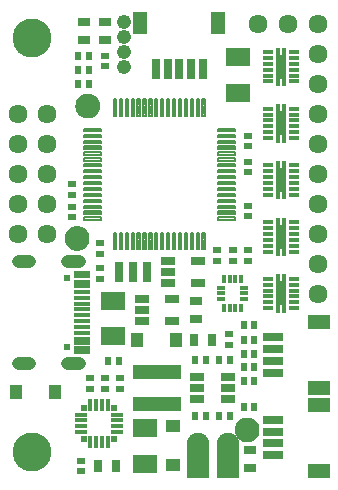
<source format=gts>
G75*
G70*
%OFA0B0*%
%FSLAX24Y24*%
%IPPOS*%
%LPD*%
%AMOC8*
5,1,8,0,0,1.08239X$1,22.5*
%
%ADD10C,0.1300*%
%ADD11R,0.0197X0.0276*%
%ADD12R,0.0827X0.0591*%
%ADD13R,0.1615X0.0512*%
%ADD14R,0.0512X0.0257*%
%ADD15R,0.0316X0.0434*%
%ADD16C,0.0000*%
%ADD17C,0.0001*%
%ADD18C,0.0075*%
%ADD19R,0.0316X0.0709*%
%ADD20R,0.0276X0.0197*%
%ADD21R,0.0434X0.0316*%
%ADD22R,0.0512X0.0394*%
%ADD23R,0.0650X0.0276*%
%ADD24R,0.0749X0.0512*%
%ADD25C,0.0634*%
%ADD26C,0.0749*%
%ADD27R,0.0749X0.1142*%
%ADD28R,0.0197X0.0197*%
%ADD29R,0.0394X0.0158*%
%ADD30R,0.0158X0.0394*%
%ADD31R,0.0394X0.0512*%
%ADD32R,0.0355X0.0138*%
%ADD33R,0.0355X0.0827*%
%ADD34R,0.0138X0.0355*%
%ADD35C,0.0476*%
%ADD36R,0.0158X0.0276*%
%ADD37R,0.0276X0.0158*%
%ADD38R,0.0552X0.0158*%
%ADD39C,0.0237*%
%ADD40C,0.0437*%
%ADD41R,0.0276X0.0650*%
%ADD42R,0.0512X0.0749*%
D10*
X032350Y022154D03*
X032350Y035933D03*
D11*
X033906Y035343D03*
X034260Y035343D03*
X034260Y034870D03*
X033906Y034870D03*
X033906Y034398D03*
X034260Y034398D03*
X039417Y026366D03*
X039772Y026366D03*
X039772Y025894D03*
X039417Y025894D03*
X039417Y025421D03*
X039772Y025421D03*
X039772Y024988D03*
X039417Y024988D03*
X039417Y024516D03*
X039772Y024516D03*
X038945Y025224D03*
X038591Y025224D03*
X038157Y025224D03*
X037803Y025224D03*
X039417Y023650D03*
X039772Y023650D03*
X038945Y023335D03*
X038591Y023335D03*
X038157Y023335D03*
X037803Y023335D03*
X035244Y025185D03*
X034890Y025185D03*
D12*
X035067Y026012D03*
X035067Y027193D03*
X036130Y022941D03*
X036130Y021760D03*
X039240Y034122D03*
X039240Y035303D03*
D13*
X036524Y024811D03*
X036524Y023748D03*
D14*
X037862Y023906D03*
X037862Y024280D03*
X037862Y024654D03*
X038886Y024654D03*
X038886Y024280D03*
X038886Y023906D03*
X037035Y026504D03*
X036012Y026504D03*
X036012Y026878D03*
X036012Y027252D03*
X036878Y027764D03*
X036878Y028138D03*
X036878Y028512D03*
X037902Y028512D03*
X037902Y027764D03*
X037035Y027252D03*
D15*
X037764Y025894D03*
X038354Y025894D03*
X035165Y021681D03*
X034575Y021681D03*
D16*
X039129Y022829D02*
X039149Y022759D01*
X039181Y022694D01*
X039225Y022636D01*
X039278Y022587D01*
X039340Y022549D01*
X039408Y022523D01*
X039479Y022510D01*
X039552Y022510D01*
X039623Y022523D01*
X039691Y022549D01*
X039753Y022587D01*
X039807Y022636D01*
X039850Y022694D01*
X039883Y022759D01*
X039903Y022829D01*
X039909Y022902D01*
X039903Y022974D01*
X039883Y023044D01*
X039850Y023109D01*
X039807Y023167D01*
X039753Y023216D01*
X039691Y023254D01*
X039623Y023280D01*
X039552Y023294D01*
X039479Y023294D01*
X039408Y023280D01*
X039340Y023254D01*
X039278Y023216D01*
X039225Y023167D01*
X039181Y023109D01*
X039149Y023044D01*
X039129Y022974D01*
X039122Y022902D01*
X039129Y022829D01*
X034084Y028965D02*
X034137Y029014D01*
X034181Y029072D01*
X034214Y029137D01*
X034233Y029207D01*
X034240Y029280D01*
X034233Y029352D01*
X034214Y029422D01*
X034181Y029487D01*
X034137Y029545D01*
X034084Y029594D01*
X034022Y029632D01*
X033954Y029658D01*
X033883Y029672D01*
X033810Y029672D01*
X033739Y029658D01*
X033671Y029632D01*
X033609Y029594D01*
X033556Y029545D01*
X033512Y029487D01*
X033479Y029422D01*
X033459Y029352D01*
X033453Y029280D01*
X033459Y029207D01*
X033479Y029137D01*
X033512Y029072D01*
X033556Y029014D01*
X033609Y028965D01*
X033671Y028927D01*
X033739Y028901D01*
X033810Y028888D01*
X033883Y028888D01*
X033954Y028901D01*
X034022Y028927D01*
X034084Y028965D01*
X034164Y033297D02*
X034237Y033297D01*
X034309Y033310D01*
X034376Y033337D01*
X034438Y033375D01*
X034492Y033424D01*
X034536Y033482D01*
X034568Y033547D01*
X034588Y033617D01*
X034594Y033689D01*
X034588Y033761D01*
X034568Y033831D01*
X034536Y033896D01*
X034492Y033954D01*
X034438Y034003D01*
X034376Y034041D01*
X034309Y034068D01*
X034237Y034081D01*
X034164Y034081D01*
X034093Y034068D01*
X034025Y034041D01*
X033964Y034003D01*
X033910Y033954D01*
X033866Y033896D01*
X033834Y033831D01*
X033814Y033761D01*
X033807Y033689D01*
X033814Y033617D01*
X033834Y033547D01*
X033866Y033482D01*
X033910Y033424D01*
X033964Y033375D01*
X034025Y033337D01*
X034093Y033310D01*
X034164Y033297D01*
D17*
X034162Y033297D02*
X034239Y033297D01*
X034245Y033298D02*
X034157Y033298D01*
X034152Y033299D02*
X034250Y033299D01*
X034255Y033300D02*
X034146Y033300D01*
X034141Y033301D02*
X034261Y033301D01*
X034266Y033302D02*
X034136Y033302D01*
X034130Y033303D02*
X034271Y033303D01*
X034277Y033304D02*
X034125Y033304D01*
X034120Y033305D02*
X034282Y033305D01*
X034287Y033306D02*
X034114Y033306D01*
X034109Y033307D02*
X034293Y033307D01*
X034298Y033308D02*
X034104Y033308D01*
X034098Y033309D02*
X034303Y033309D01*
X034309Y033310D02*
X034093Y033310D01*
X034090Y033311D02*
X034311Y033311D01*
X034314Y033312D02*
X034088Y033312D01*
X034085Y033313D02*
X034316Y033313D01*
X034319Y033314D02*
X034083Y033314D01*
X034080Y033315D02*
X034321Y033315D01*
X034324Y033316D02*
X034078Y033316D01*
X034075Y033317D02*
X034327Y033317D01*
X034329Y033318D02*
X034072Y033318D01*
X034070Y033319D02*
X034332Y033319D01*
X034334Y033320D02*
X034067Y033320D01*
X034065Y033321D02*
X034337Y033321D01*
X034340Y033322D02*
X034062Y033322D01*
X034059Y033323D02*
X034342Y033323D01*
X034345Y033324D02*
X034057Y033324D01*
X034054Y033325D02*
X034347Y033325D01*
X034350Y033326D02*
X034052Y033326D01*
X034049Y033327D02*
X034352Y033327D01*
X034355Y033328D02*
X034047Y033328D01*
X034044Y033329D02*
X034358Y033329D01*
X034360Y033330D02*
X034041Y033330D01*
X034039Y033331D02*
X034363Y033331D01*
X034365Y033332D02*
X034036Y033332D01*
X034034Y033333D02*
X034368Y033333D01*
X034370Y033334D02*
X034031Y033334D01*
X034029Y033335D02*
X034373Y033335D01*
X034376Y033336D02*
X034026Y033336D01*
X034024Y033337D02*
X034377Y033337D01*
X034379Y033338D02*
X034022Y033338D01*
X034021Y033339D02*
X034381Y033339D01*
X034382Y033340D02*
X034019Y033340D01*
X034018Y033341D02*
X034384Y033341D01*
X034386Y033342D02*
X034016Y033342D01*
X034014Y033343D02*
X034387Y033343D01*
X034389Y033344D02*
X034013Y033344D01*
X034011Y033345D02*
X034390Y033345D01*
X034392Y033346D02*
X034010Y033346D01*
X034008Y033347D02*
X034394Y033347D01*
X034395Y033348D02*
X034006Y033348D01*
X034005Y033349D02*
X034397Y033349D01*
X034398Y033350D02*
X034003Y033350D01*
X034001Y033351D02*
X034400Y033351D01*
X034402Y033352D02*
X034000Y033352D01*
X033998Y033353D02*
X034403Y033353D01*
X034405Y033354D02*
X033997Y033354D01*
X033995Y033355D02*
X034407Y033355D01*
X034408Y033356D02*
X033993Y033356D01*
X033992Y033357D02*
X034410Y033357D01*
X034411Y033358D02*
X033990Y033358D01*
X033989Y033359D02*
X034413Y033359D01*
X034415Y033360D02*
X033987Y033360D01*
X033985Y033361D02*
X034416Y033361D01*
X034418Y033362D02*
X033984Y033362D01*
X033982Y033363D02*
X034419Y033363D01*
X034421Y033364D02*
X033981Y033364D01*
X033979Y033365D02*
X034423Y033365D01*
X034424Y033366D02*
X033977Y033366D01*
X033976Y033367D02*
X034426Y033367D01*
X034428Y033368D02*
X033974Y033368D01*
X033972Y033369D02*
X034429Y033369D01*
X034431Y033370D02*
X033971Y033370D01*
X033969Y033371D02*
X034432Y033371D01*
X034434Y033372D02*
X033968Y033372D01*
X033966Y033373D02*
X034436Y033373D01*
X034437Y033374D02*
X033964Y033374D01*
X033963Y033375D02*
X034439Y033375D01*
X034440Y033376D02*
X033962Y033376D01*
X033961Y033377D02*
X034441Y033377D01*
X034442Y033378D02*
X033960Y033378D01*
X033959Y033379D02*
X034443Y033379D01*
X034444Y033380D02*
X033958Y033380D01*
X033956Y033381D02*
X034445Y033381D01*
X034446Y033382D02*
X033955Y033382D01*
X033954Y033383D02*
X034447Y033383D01*
X034448Y033384D02*
X033953Y033384D01*
X033952Y033385D02*
X034450Y033385D01*
X034451Y033386D02*
X033951Y033386D01*
X033950Y033387D02*
X034452Y033387D01*
X034453Y033388D02*
X033949Y033388D01*
X033948Y033389D02*
X034454Y033389D01*
X034455Y033390D02*
X033947Y033390D01*
X033945Y033391D02*
X034456Y033391D01*
X034457Y033392D02*
X033944Y033392D01*
X033943Y033393D02*
X034458Y033393D01*
X034459Y033394D02*
X033942Y033394D01*
X033941Y033395D02*
X034460Y033395D01*
X034462Y033396D02*
X033940Y033396D01*
X033939Y033397D02*
X034463Y033397D01*
X034464Y033398D02*
X033938Y033398D01*
X033937Y033399D02*
X034465Y033399D01*
X034466Y033400D02*
X033936Y033400D01*
X033935Y033401D02*
X034467Y033401D01*
X034468Y033402D02*
X033933Y033402D01*
X033932Y033403D02*
X034469Y033403D01*
X034470Y033404D02*
X033931Y033404D01*
X033930Y033405D02*
X034471Y033405D01*
X034473Y033406D02*
X033929Y033406D01*
X033928Y033407D02*
X034474Y033407D01*
X034475Y033408D02*
X033927Y033408D01*
X033926Y033409D02*
X034476Y033409D01*
X034477Y033410D02*
X033925Y033410D01*
X033924Y033411D02*
X034478Y033411D01*
X034479Y033412D02*
X033922Y033412D01*
X033921Y033413D02*
X034480Y033413D01*
X034481Y033414D02*
X033920Y033414D01*
X033919Y033415D02*
X034482Y033415D01*
X034483Y033416D02*
X033918Y033416D01*
X033917Y033417D02*
X034485Y033417D01*
X034486Y033418D02*
X033916Y033418D01*
X033915Y033419D02*
X034487Y033419D01*
X034488Y033420D02*
X033914Y033420D01*
X033913Y033421D02*
X034489Y033421D01*
X034490Y033422D02*
X033912Y033422D01*
X033910Y033423D02*
X034491Y033423D01*
X034492Y033424D02*
X033909Y033424D01*
X033909Y033425D02*
X034493Y033425D01*
X034494Y033426D02*
X033908Y033426D01*
X033907Y033427D02*
X034494Y033427D01*
X034495Y033428D02*
X033906Y033428D01*
X033906Y033429D02*
X034496Y033429D01*
X034497Y033430D02*
X033905Y033430D01*
X033904Y033431D02*
X034497Y033431D01*
X034498Y033432D02*
X033903Y033432D01*
X033903Y033433D02*
X034499Y033433D01*
X034500Y033434D02*
X033902Y033434D01*
X033901Y033435D02*
X034500Y033435D01*
X034501Y033436D02*
X033900Y033436D01*
X033900Y033437D02*
X034502Y033437D01*
X034503Y033438D02*
X033899Y033438D01*
X033898Y033439D02*
X034503Y033439D01*
X034504Y033440D02*
X033897Y033440D01*
X033897Y033441D02*
X034505Y033441D01*
X034506Y033442D02*
X033896Y033442D01*
X033895Y033443D02*
X034506Y033443D01*
X034507Y033444D02*
X033894Y033444D01*
X033894Y033445D02*
X034508Y033445D01*
X034509Y033446D02*
X033893Y033446D01*
X033892Y033447D02*
X034509Y033447D01*
X034510Y033448D02*
X033891Y033448D01*
X033891Y033449D02*
X034511Y033449D01*
X034512Y033450D02*
X033890Y033450D01*
X033889Y033451D02*
X034512Y033451D01*
X034513Y033452D02*
X033888Y033452D01*
X033888Y033453D02*
X034514Y033453D01*
X034515Y033454D02*
X033887Y033454D01*
X033886Y033455D02*
X034515Y033455D01*
X034516Y033456D02*
X033885Y033456D01*
X033885Y033457D02*
X034517Y033457D01*
X034518Y033458D02*
X033884Y033458D01*
X033883Y033459D02*
X034518Y033459D01*
X034519Y033460D02*
X033882Y033460D01*
X033882Y033461D02*
X034520Y033461D01*
X034521Y033462D02*
X033881Y033462D01*
X033880Y033463D02*
X034522Y033463D01*
X034522Y033464D02*
X033879Y033464D01*
X033879Y033465D02*
X034523Y033465D01*
X034524Y033466D02*
X033878Y033466D01*
X033877Y033467D02*
X034525Y033467D01*
X034525Y033468D02*
X033876Y033468D01*
X033876Y033469D02*
X034526Y033469D01*
X034527Y033470D02*
X033875Y033470D01*
X033874Y033471D02*
X034528Y033471D01*
X034528Y033472D02*
X033873Y033472D01*
X033873Y033473D02*
X034529Y033473D01*
X034530Y033474D02*
X033872Y033474D01*
X033871Y033475D02*
X034531Y033475D01*
X034531Y033476D02*
X033870Y033476D01*
X033869Y033477D02*
X034532Y033477D01*
X034533Y033478D02*
X033869Y033478D01*
X033868Y033479D02*
X034534Y033479D01*
X034534Y033480D02*
X033867Y033480D01*
X033866Y033481D02*
X034535Y033481D01*
X034536Y033482D02*
X033866Y033482D01*
X033865Y033483D02*
X034536Y033483D01*
X034537Y033484D02*
X033865Y033484D01*
X033864Y033485D02*
X034537Y033485D01*
X034538Y033486D02*
X033864Y033486D01*
X033863Y033487D02*
X034538Y033487D01*
X034539Y033488D02*
X033863Y033488D01*
X033862Y033489D02*
X034539Y033489D01*
X034540Y033490D02*
X033862Y033490D01*
X033861Y033491D02*
X034540Y033491D01*
X034541Y033492D02*
X033861Y033492D01*
X033860Y033493D02*
X034541Y033493D01*
X034542Y033494D02*
X033860Y033494D01*
X033859Y033495D02*
X034542Y033495D01*
X034543Y033496D02*
X033859Y033496D01*
X033858Y033497D02*
X034543Y033497D01*
X034544Y033498D02*
X033858Y033498D01*
X033857Y033499D02*
X034544Y033499D01*
X034545Y033500D02*
X033857Y033500D01*
X033856Y033501D02*
X034545Y033501D01*
X034546Y033502D02*
X033856Y033502D01*
X033855Y033503D02*
X034546Y033503D01*
X034547Y033504D02*
X033855Y033504D01*
X033854Y033505D02*
X034547Y033505D01*
X034548Y033506D02*
X033854Y033506D01*
X033853Y033507D02*
X034548Y033507D01*
X034549Y033508D02*
X033853Y033508D01*
X033852Y033509D02*
X034549Y033509D01*
X034550Y033510D02*
X033852Y033510D01*
X033851Y033511D02*
X034550Y033511D01*
X034551Y033512D02*
X033851Y033512D01*
X033850Y033513D02*
X034551Y033513D01*
X034552Y033514D02*
X033850Y033514D01*
X033849Y033515D02*
X034552Y033515D01*
X034553Y033516D02*
X033849Y033516D01*
X033848Y033517D02*
X034553Y033517D01*
X034554Y033518D02*
X033848Y033518D01*
X033847Y033519D02*
X034554Y033519D01*
X034555Y033520D02*
X033847Y033520D01*
X033846Y033521D02*
X034555Y033521D01*
X034556Y033522D02*
X033846Y033522D01*
X033845Y033523D02*
X034556Y033523D01*
X034557Y033524D02*
X033845Y033524D01*
X033844Y033525D02*
X034557Y033525D01*
X034558Y033526D02*
X033844Y033526D01*
X033843Y033527D02*
X034558Y033527D01*
X034559Y033528D02*
X033843Y033528D01*
X033842Y033529D02*
X034559Y033529D01*
X034560Y033530D02*
X033842Y033530D01*
X033841Y033531D02*
X034560Y033531D01*
X034561Y033532D02*
X033841Y033532D01*
X033840Y033533D02*
X034561Y033533D01*
X034562Y033534D02*
X033840Y033534D01*
X033839Y033535D02*
X034562Y033535D01*
X034563Y033536D02*
X033839Y033536D01*
X033838Y033537D02*
X034563Y033537D01*
X034564Y033538D02*
X033838Y033538D01*
X033837Y033539D02*
X034564Y033539D01*
X034565Y033540D02*
X033837Y033540D01*
X033836Y033541D02*
X034565Y033541D01*
X034566Y033542D02*
X033836Y033542D01*
X033835Y033543D02*
X034566Y033543D01*
X034567Y033544D02*
X033835Y033544D01*
X033834Y033545D02*
X034567Y033545D01*
X034568Y033546D02*
X033834Y033546D01*
X033834Y033547D02*
X034568Y033547D01*
X034568Y033548D02*
X033833Y033548D01*
X033833Y033549D02*
X034569Y033549D01*
X034569Y033550D02*
X033833Y033550D01*
X033832Y033551D02*
X034569Y033551D01*
X034569Y033552D02*
X033832Y033552D01*
X033832Y033553D02*
X034570Y033553D01*
X034570Y033554D02*
X033832Y033554D01*
X033831Y033555D02*
X034570Y033555D01*
X034571Y033556D02*
X033831Y033556D01*
X033831Y033557D02*
X034571Y033557D01*
X034571Y033558D02*
X033830Y033558D01*
X033830Y033559D02*
X034571Y033559D01*
X034572Y033560D02*
X033830Y033560D01*
X033830Y033561D02*
X034572Y033561D01*
X034572Y033562D02*
X033829Y033562D01*
X033829Y033563D02*
X034573Y033563D01*
X034573Y033564D02*
X033829Y033564D01*
X033828Y033565D02*
X034573Y033565D01*
X034573Y033566D02*
X033828Y033566D01*
X033828Y033567D02*
X034574Y033567D01*
X034574Y033568D02*
X033828Y033568D01*
X033827Y033569D02*
X034574Y033569D01*
X034575Y033570D02*
X033827Y033570D01*
X033827Y033571D02*
X034575Y033571D01*
X034575Y033572D02*
X033826Y033572D01*
X033826Y033573D02*
X034575Y033573D01*
X034576Y033574D02*
X033826Y033574D01*
X033826Y033575D02*
X034576Y033575D01*
X034576Y033576D02*
X033825Y033576D01*
X033825Y033577D02*
X034577Y033577D01*
X034577Y033578D02*
X033825Y033578D01*
X033824Y033579D02*
X034577Y033579D01*
X034577Y033580D02*
X033824Y033580D01*
X033824Y033581D02*
X034578Y033581D01*
X034578Y033582D02*
X033824Y033582D01*
X033823Y033583D02*
X034578Y033583D01*
X034579Y033584D02*
X033823Y033584D01*
X033823Y033585D02*
X034579Y033585D01*
X034579Y033586D02*
X033822Y033586D01*
X033822Y033587D02*
X034579Y033587D01*
X034580Y033588D02*
X033822Y033588D01*
X033822Y033589D02*
X034580Y033589D01*
X034580Y033590D02*
X033821Y033590D01*
X033821Y033591D02*
X034581Y033591D01*
X034581Y033592D02*
X033821Y033592D01*
X033820Y033593D02*
X034581Y033593D01*
X034581Y033594D02*
X033820Y033594D01*
X033820Y033595D02*
X034582Y033595D01*
X034582Y033596D02*
X033820Y033596D01*
X033819Y033597D02*
X034582Y033597D01*
X034582Y033598D02*
X033819Y033598D01*
X033819Y033599D02*
X034583Y033599D01*
X034583Y033600D02*
X033819Y033600D01*
X033818Y033601D02*
X034583Y033601D01*
X034584Y033602D02*
X033818Y033602D01*
X033818Y033603D02*
X034584Y033603D01*
X034584Y033604D02*
X033817Y033604D01*
X033817Y033605D02*
X034584Y033605D01*
X034585Y033606D02*
X033817Y033606D01*
X033817Y033607D02*
X034585Y033607D01*
X034585Y033608D02*
X033816Y033608D01*
X033816Y033609D02*
X034586Y033609D01*
X034586Y033610D02*
X033816Y033610D01*
X033815Y033611D02*
X034586Y033611D01*
X034586Y033612D02*
X033815Y033612D01*
X033815Y033613D02*
X034587Y033613D01*
X034587Y033614D02*
X033815Y033614D01*
X033814Y033615D02*
X034587Y033615D01*
X034588Y033616D02*
X033814Y033616D01*
X033814Y033617D02*
X034588Y033617D01*
X034588Y033618D02*
X033814Y033618D01*
X033814Y033619D02*
X034588Y033619D01*
X034588Y033620D02*
X033813Y033620D01*
X033813Y033621D02*
X034588Y033621D01*
X034588Y033622D02*
X033813Y033622D01*
X033813Y033623D02*
X034588Y033623D01*
X034588Y033624D02*
X033813Y033624D01*
X033813Y033625D02*
X034589Y033625D01*
X034589Y033626D02*
X033813Y033626D01*
X033813Y033627D02*
X034589Y033627D01*
X034589Y033628D02*
X033813Y033628D01*
X033813Y033629D02*
X034589Y033629D01*
X034589Y033630D02*
X033813Y033630D01*
X033812Y033631D02*
X034589Y033631D01*
X034589Y033632D02*
X033812Y033632D01*
X033812Y033633D02*
X034589Y033633D01*
X034589Y033634D02*
X033812Y033634D01*
X033812Y033635D02*
X034589Y033635D01*
X034590Y033636D02*
X033812Y033636D01*
X033812Y033637D02*
X034590Y033637D01*
X034590Y033638D02*
X033812Y033638D01*
X033812Y033639D02*
X034590Y033639D01*
X034590Y033640D02*
X033812Y033640D01*
X033812Y033641D02*
X034590Y033641D01*
X034590Y033642D02*
X033811Y033642D01*
X033811Y033643D02*
X034590Y033643D01*
X034590Y033644D02*
X033811Y033644D01*
X033811Y033645D02*
X034590Y033645D01*
X034591Y033646D02*
X033811Y033646D01*
X033811Y033647D02*
X034591Y033647D01*
X034591Y033648D02*
X033811Y033648D01*
X033811Y033649D02*
X034591Y033649D01*
X034591Y033650D02*
X033811Y033650D01*
X033811Y033651D02*
X034591Y033651D01*
X034591Y033652D02*
X033811Y033652D01*
X033810Y033653D02*
X034591Y033653D01*
X034591Y033654D02*
X033810Y033654D01*
X033810Y033655D02*
X034591Y033655D01*
X034591Y033656D02*
X033810Y033656D01*
X033810Y033657D02*
X034592Y033657D01*
X034592Y033658D02*
X033810Y033658D01*
X033810Y033659D02*
X034592Y033659D01*
X034592Y033660D02*
X033810Y033660D01*
X033810Y033661D02*
X034592Y033661D01*
X034592Y033662D02*
X033810Y033662D01*
X033809Y033663D02*
X034592Y033663D01*
X034592Y033664D02*
X033809Y033664D01*
X033809Y033665D02*
X034592Y033665D01*
X034592Y033666D02*
X033809Y033666D01*
X033809Y033667D02*
X034592Y033667D01*
X034593Y033668D02*
X033809Y033668D01*
X033809Y033669D02*
X034593Y033669D01*
X034593Y033670D02*
X033809Y033670D01*
X033809Y033671D02*
X034593Y033671D01*
X034593Y033672D02*
X033809Y033672D01*
X033809Y033673D02*
X034593Y033673D01*
X034593Y033674D02*
X033808Y033674D01*
X033808Y033675D02*
X034593Y033675D01*
X034593Y033676D02*
X033808Y033676D01*
X033808Y033677D02*
X034593Y033677D01*
X034593Y033678D02*
X033808Y033678D01*
X033808Y033679D02*
X034594Y033679D01*
X034594Y033680D02*
X033808Y033680D01*
X033808Y033681D02*
X034594Y033681D01*
X034594Y033682D02*
X033808Y033682D01*
X033808Y033683D02*
X034594Y033683D01*
X034594Y033684D02*
X033808Y033684D01*
X033807Y033685D02*
X034594Y033685D01*
X034594Y033686D02*
X033807Y033686D01*
X033807Y033687D02*
X034594Y033687D01*
X034594Y033688D02*
X033807Y033688D01*
X033807Y033689D02*
X034594Y033689D01*
X034594Y033690D02*
X033807Y033690D01*
X033807Y033691D02*
X034594Y033691D01*
X034594Y033692D02*
X033807Y033692D01*
X033807Y033693D02*
X034594Y033693D01*
X034594Y033694D02*
X033808Y033694D01*
X033808Y033695D02*
X034594Y033695D01*
X034594Y033696D02*
X033808Y033696D01*
X033808Y033697D02*
X034594Y033697D01*
X034594Y033698D02*
X033808Y033698D01*
X033808Y033699D02*
X034594Y033699D01*
X034593Y033700D02*
X033808Y033700D01*
X033808Y033701D02*
X034593Y033701D01*
X034593Y033702D02*
X033808Y033702D01*
X033808Y033703D02*
X034593Y033703D01*
X034593Y033704D02*
X033808Y033704D01*
X033809Y033705D02*
X034593Y033705D01*
X034593Y033706D02*
X033809Y033706D01*
X033809Y033707D02*
X034593Y033707D01*
X034593Y033708D02*
X033809Y033708D01*
X033809Y033709D02*
X034593Y033709D01*
X034593Y033710D02*
X033809Y033710D01*
X033809Y033711D02*
X034592Y033711D01*
X034592Y033712D02*
X033809Y033712D01*
X033809Y033713D02*
X034592Y033713D01*
X034592Y033714D02*
X033809Y033714D01*
X033809Y033715D02*
X034592Y033715D01*
X034592Y033716D02*
X033810Y033716D01*
X033810Y033717D02*
X034592Y033717D01*
X034592Y033718D02*
X033810Y033718D01*
X033810Y033719D02*
X034592Y033719D01*
X034592Y033720D02*
X033810Y033720D01*
X033810Y033721D02*
X034592Y033721D01*
X034591Y033722D02*
X033810Y033722D01*
X033810Y033723D02*
X034591Y033723D01*
X034591Y033724D02*
X033810Y033724D01*
X033810Y033725D02*
X034591Y033725D01*
X034591Y033726D02*
X033811Y033726D01*
X033811Y033727D02*
X034591Y033727D01*
X034591Y033728D02*
X033811Y033728D01*
X033811Y033729D02*
X034591Y033729D01*
X034591Y033730D02*
X033811Y033730D01*
X033811Y033731D02*
X034591Y033731D01*
X034591Y033732D02*
X033811Y033732D01*
X033811Y033733D02*
X034590Y033733D01*
X034590Y033734D02*
X033811Y033734D01*
X033811Y033735D02*
X034590Y033735D01*
X034590Y033736D02*
X033811Y033736D01*
X033812Y033737D02*
X034590Y033737D01*
X034590Y033738D02*
X033812Y033738D01*
X033812Y033739D02*
X034590Y033739D01*
X034590Y033740D02*
X033812Y033740D01*
X033812Y033741D02*
X034590Y033741D01*
X034590Y033742D02*
X033812Y033742D01*
X033812Y033743D02*
X034589Y033743D01*
X034589Y033744D02*
X033812Y033744D01*
X033812Y033745D02*
X034589Y033745D01*
X034589Y033746D02*
X033812Y033746D01*
X033812Y033747D02*
X034589Y033747D01*
X034589Y033748D02*
X033813Y033748D01*
X033813Y033749D02*
X034589Y033749D01*
X034589Y033750D02*
X033813Y033750D01*
X033813Y033751D02*
X034589Y033751D01*
X034589Y033752D02*
X033813Y033752D01*
X033813Y033753D02*
X034589Y033753D01*
X034588Y033754D02*
X033813Y033754D01*
X033813Y033755D02*
X034588Y033755D01*
X034588Y033756D02*
X033813Y033756D01*
X033813Y033757D02*
X034588Y033757D01*
X034588Y033758D02*
X033813Y033758D01*
X033814Y033759D02*
X034588Y033759D01*
X034588Y033760D02*
X033814Y033760D01*
X033814Y033761D02*
X034588Y033761D01*
X034588Y033762D02*
X033814Y033762D01*
X033814Y033763D02*
X034587Y033763D01*
X034587Y033764D02*
X033815Y033764D01*
X033815Y033765D02*
X034587Y033765D01*
X034586Y033766D02*
X033815Y033766D01*
X033815Y033767D02*
X034586Y033767D01*
X034586Y033768D02*
X033816Y033768D01*
X033816Y033769D02*
X034586Y033769D01*
X034585Y033770D02*
X033816Y033770D01*
X033817Y033771D02*
X034585Y033771D01*
X034585Y033772D02*
X033817Y033772D01*
X033817Y033773D02*
X034584Y033773D01*
X034584Y033774D02*
X033817Y033774D01*
X033818Y033775D02*
X034584Y033775D01*
X034584Y033776D02*
X033818Y033776D01*
X033818Y033777D02*
X034583Y033777D01*
X034583Y033778D02*
X033819Y033778D01*
X033819Y033779D02*
X034583Y033779D01*
X034583Y033780D02*
X033819Y033780D01*
X033819Y033781D02*
X034582Y033781D01*
X034582Y033782D02*
X033820Y033782D01*
X033820Y033783D02*
X034582Y033783D01*
X034581Y033784D02*
X033820Y033784D01*
X033820Y033785D02*
X034581Y033785D01*
X034581Y033786D02*
X033821Y033786D01*
X033821Y033787D02*
X034581Y033787D01*
X034580Y033788D02*
X033821Y033788D01*
X033822Y033789D02*
X034580Y033789D01*
X034580Y033790D02*
X033822Y033790D01*
X033822Y033791D02*
X034579Y033791D01*
X034579Y033792D02*
X033822Y033792D01*
X033823Y033793D02*
X034579Y033793D01*
X034579Y033794D02*
X033823Y033794D01*
X033823Y033795D02*
X034578Y033795D01*
X034578Y033796D02*
X033824Y033796D01*
X033824Y033797D02*
X034578Y033797D01*
X034577Y033798D02*
X033824Y033798D01*
X033824Y033799D02*
X034577Y033799D01*
X034577Y033800D02*
X033825Y033800D01*
X033825Y033801D02*
X034577Y033801D01*
X034576Y033802D02*
X033825Y033802D01*
X033826Y033803D02*
X034576Y033803D01*
X034576Y033804D02*
X033826Y033804D01*
X033826Y033805D02*
X034575Y033805D01*
X034575Y033806D02*
X033826Y033806D01*
X033827Y033807D02*
X034575Y033807D01*
X034575Y033808D02*
X033827Y033808D01*
X033827Y033809D02*
X034574Y033809D01*
X034574Y033810D02*
X033828Y033810D01*
X033828Y033811D02*
X034574Y033811D01*
X034573Y033812D02*
X033828Y033812D01*
X033828Y033813D02*
X034573Y033813D01*
X034573Y033814D02*
X033829Y033814D01*
X033829Y033815D02*
X034573Y033815D01*
X034572Y033816D02*
X033829Y033816D01*
X033830Y033817D02*
X034572Y033817D01*
X034572Y033818D02*
X033830Y033818D01*
X033830Y033819D02*
X034571Y033819D01*
X034571Y033820D02*
X033830Y033820D01*
X033831Y033821D02*
X034571Y033821D01*
X034571Y033822D02*
X033831Y033822D01*
X033831Y033823D02*
X034570Y033823D01*
X034570Y033824D02*
X033832Y033824D01*
X033832Y033825D02*
X034570Y033825D01*
X034569Y033826D02*
X033832Y033826D01*
X033832Y033827D02*
X034569Y033827D01*
X034569Y033828D02*
X033833Y033828D01*
X033833Y033829D02*
X034569Y033829D01*
X034568Y033830D02*
X033833Y033830D01*
X033834Y033831D02*
X034568Y033831D01*
X034568Y033832D02*
X033834Y033832D01*
X033834Y033833D02*
X034567Y033833D01*
X034567Y033834D02*
X033835Y033834D01*
X033835Y033835D02*
X034566Y033835D01*
X034566Y033836D02*
X033836Y033836D01*
X033836Y033837D02*
X034565Y033837D01*
X034565Y033838D02*
X033837Y033838D01*
X033837Y033839D02*
X034564Y033839D01*
X034564Y033840D02*
X033838Y033840D01*
X033838Y033841D02*
X034563Y033841D01*
X034563Y033842D02*
X033839Y033842D01*
X033839Y033843D02*
X034562Y033843D01*
X034562Y033844D02*
X033840Y033844D01*
X033840Y033845D02*
X034561Y033845D01*
X034561Y033846D02*
X033841Y033846D01*
X033841Y033847D02*
X034560Y033847D01*
X034560Y033848D02*
X033842Y033848D01*
X033842Y033849D02*
X034559Y033849D01*
X034559Y033850D02*
X033843Y033850D01*
X033843Y033851D02*
X034558Y033851D01*
X034558Y033852D02*
X033844Y033852D01*
X033844Y033853D02*
X034557Y033853D01*
X034557Y033854D02*
X033845Y033854D01*
X033845Y033855D02*
X034556Y033855D01*
X034556Y033856D02*
X033846Y033856D01*
X033846Y033857D02*
X034555Y033857D01*
X034555Y033858D02*
X033847Y033858D01*
X033847Y033859D02*
X034554Y033859D01*
X034554Y033860D02*
X033848Y033860D01*
X033848Y033861D02*
X034553Y033861D01*
X034553Y033862D02*
X033849Y033862D01*
X033849Y033863D02*
X034552Y033863D01*
X034552Y033864D02*
X033850Y033864D01*
X033850Y033865D02*
X034551Y033865D01*
X034551Y033866D02*
X033851Y033866D01*
X033851Y033867D02*
X034550Y033867D01*
X034550Y033868D02*
X033852Y033868D01*
X033852Y033869D02*
X034549Y033869D01*
X034549Y033870D02*
X033853Y033870D01*
X033853Y033871D02*
X034548Y033871D01*
X034548Y033872D02*
X033854Y033872D01*
X033854Y033873D02*
X034547Y033873D01*
X034547Y033874D02*
X033855Y033874D01*
X033855Y033875D02*
X034546Y033875D01*
X034546Y033876D02*
X033856Y033876D01*
X033856Y033877D02*
X034545Y033877D01*
X034545Y033878D02*
X033857Y033878D01*
X033857Y033879D02*
X034544Y033879D01*
X034544Y033880D02*
X033858Y033880D01*
X033858Y033881D02*
X034543Y033881D01*
X034543Y033882D02*
X033859Y033882D01*
X033859Y033883D02*
X034542Y033883D01*
X034542Y033884D02*
X033860Y033884D01*
X033860Y033885D02*
X034541Y033885D01*
X034541Y033886D02*
X033861Y033886D01*
X033861Y033887D02*
X034540Y033887D01*
X034540Y033888D02*
X033862Y033888D01*
X033862Y033889D02*
X034539Y033889D01*
X034539Y033890D02*
X033863Y033890D01*
X033863Y033891D02*
X034538Y033891D01*
X034538Y033892D02*
X033864Y033892D01*
X033864Y033893D02*
X034537Y033893D01*
X034537Y033894D02*
X033865Y033894D01*
X033865Y033895D02*
X034536Y033895D01*
X034536Y033896D02*
X033866Y033896D01*
X033866Y033897D02*
X034535Y033897D01*
X034534Y033898D02*
X033867Y033898D01*
X033868Y033899D02*
X034534Y033899D01*
X034533Y033900D02*
X033869Y033900D01*
X033869Y033901D02*
X034532Y033901D01*
X034531Y033902D02*
X033870Y033902D01*
X033871Y033903D02*
X034531Y033903D01*
X034530Y033904D02*
X033872Y033904D01*
X033872Y033905D02*
X034529Y033905D01*
X034528Y033906D02*
X033873Y033906D01*
X033874Y033907D02*
X034528Y033907D01*
X034527Y033908D02*
X033875Y033908D01*
X033876Y033909D02*
X034526Y033909D01*
X034525Y033910D02*
X033876Y033910D01*
X033877Y033911D02*
X034525Y033911D01*
X034524Y033912D02*
X033878Y033912D01*
X033879Y033913D02*
X034523Y033913D01*
X034522Y033914D02*
X033879Y033914D01*
X033880Y033915D02*
X034522Y033915D01*
X034521Y033916D02*
X033881Y033916D01*
X033882Y033917D02*
X034520Y033917D01*
X034519Y033918D02*
X033882Y033918D01*
X033883Y033919D02*
X034519Y033919D01*
X034518Y033920D02*
X033884Y033920D01*
X033885Y033921D02*
X034517Y033921D01*
X034516Y033922D02*
X033885Y033922D01*
X033886Y033923D02*
X034516Y033923D01*
X034515Y033924D02*
X033887Y033924D01*
X033888Y033925D02*
X034514Y033925D01*
X034513Y033926D02*
X033888Y033926D01*
X033889Y033927D02*
X034512Y033927D01*
X034512Y033928D02*
X033890Y033928D01*
X033891Y033929D02*
X034511Y033929D01*
X034510Y033930D02*
X033891Y033930D01*
X033892Y033931D02*
X034509Y033931D01*
X034509Y033932D02*
X033893Y033932D01*
X033894Y033933D02*
X034508Y033933D01*
X034507Y033934D02*
X033894Y033934D01*
X033895Y033935D02*
X034506Y033935D01*
X034506Y033936D02*
X033896Y033936D01*
X033897Y033937D02*
X034505Y033937D01*
X034504Y033938D02*
X033897Y033938D01*
X033898Y033939D02*
X034503Y033939D01*
X034503Y033940D02*
X033899Y033940D01*
X033900Y033941D02*
X034502Y033941D01*
X034501Y033942D02*
X033900Y033942D01*
X033901Y033943D02*
X034500Y033943D01*
X034500Y033944D02*
X033902Y033944D01*
X033903Y033945D02*
X034499Y033945D01*
X034498Y033946D02*
X033903Y033946D01*
X033904Y033947D02*
X034497Y033947D01*
X034497Y033948D02*
X033905Y033948D01*
X033906Y033949D02*
X034496Y033949D01*
X034495Y033950D02*
X033906Y033950D01*
X033907Y033951D02*
X034494Y033951D01*
X034494Y033952D02*
X033908Y033952D01*
X033909Y033953D02*
X034493Y033953D01*
X034492Y033954D02*
X033909Y033954D01*
X033910Y033955D02*
X034491Y033955D01*
X034490Y033956D02*
X033911Y033956D01*
X033913Y033957D02*
X034489Y033957D01*
X034488Y033958D02*
X033914Y033958D01*
X033915Y033959D02*
X034487Y033959D01*
X034486Y033960D02*
X033916Y033960D01*
X033917Y033961D02*
X034485Y033961D01*
X034484Y033962D02*
X033918Y033962D01*
X033919Y033963D02*
X034482Y033963D01*
X034481Y033964D02*
X033920Y033964D01*
X033921Y033965D02*
X034480Y033965D01*
X034479Y033966D02*
X033922Y033966D01*
X033924Y033967D02*
X034478Y033967D01*
X034477Y033968D02*
X033925Y033968D01*
X033926Y033969D02*
X034476Y033969D01*
X034475Y033970D02*
X033927Y033970D01*
X033928Y033971D02*
X034474Y033971D01*
X034473Y033972D02*
X033929Y033972D01*
X033930Y033973D02*
X034471Y033973D01*
X034470Y033974D02*
X033931Y033974D01*
X033932Y033975D02*
X034469Y033975D01*
X034468Y033976D02*
X033933Y033976D01*
X033934Y033977D02*
X034467Y033977D01*
X034466Y033978D02*
X033936Y033978D01*
X033937Y033979D02*
X034465Y033979D01*
X034464Y033980D02*
X033938Y033980D01*
X033939Y033981D02*
X034463Y033981D01*
X034462Y033982D02*
X033940Y033982D01*
X033941Y033983D02*
X034461Y033983D01*
X034459Y033984D02*
X033942Y033984D01*
X033943Y033985D02*
X034458Y033985D01*
X034457Y033986D02*
X033944Y033986D01*
X033945Y033987D02*
X034456Y033987D01*
X034455Y033988D02*
X033947Y033988D01*
X033948Y033989D02*
X034454Y033989D01*
X034453Y033990D02*
X033949Y033990D01*
X033950Y033991D02*
X034452Y033991D01*
X034451Y033992D02*
X033951Y033992D01*
X033952Y033993D02*
X034450Y033993D01*
X034448Y033994D02*
X033953Y033994D01*
X033954Y033995D02*
X034447Y033995D01*
X034446Y033996D02*
X033955Y033996D01*
X033956Y033997D02*
X034445Y033997D01*
X034444Y033998D02*
X033957Y033998D01*
X033959Y033999D02*
X034443Y033999D01*
X034442Y034000D02*
X033960Y034000D01*
X033961Y034001D02*
X034441Y034001D01*
X034440Y034002D02*
X033962Y034002D01*
X033963Y034003D02*
X034439Y034003D01*
X034437Y034004D02*
X033964Y034004D01*
X033966Y034005D02*
X034436Y034005D01*
X034434Y034006D02*
X033968Y034006D01*
X033969Y034007D02*
X034432Y034007D01*
X034431Y034008D02*
X033971Y034008D01*
X033972Y034009D02*
X034429Y034009D01*
X034428Y034010D02*
X033974Y034010D01*
X033976Y034011D02*
X034426Y034011D01*
X034424Y034012D02*
X033977Y034012D01*
X033979Y034013D02*
X034423Y034013D01*
X034421Y034014D02*
X033980Y034014D01*
X033982Y034015D02*
X034420Y034015D01*
X034418Y034016D02*
X033984Y034016D01*
X033985Y034017D02*
X034416Y034017D01*
X034415Y034018D02*
X033987Y034018D01*
X033989Y034019D02*
X034413Y034019D01*
X034411Y034020D02*
X033990Y034020D01*
X033992Y034021D02*
X034410Y034021D01*
X034408Y034022D02*
X033993Y034022D01*
X033995Y034023D02*
X034407Y034023D01*
X034405Y034024D02*
X033997Y034024D01*
X033998Y034025D02*
X034403Y034025D01*
X034402Y034026D02*
X034000Y034026D01*
X034001Y034027D02*
X034400Y034027D01*
X034399Y034028D02*
X034003Y034028D01*
X034005Y034029D02*
X034397Y034029D01*
X034395Y034030D02*
X034006Y034030D01*
X034008Y034031D02*
X034394Y034031D01*
X034392Y034032D02*
X034009Y034032D01*
X034011Y034033D02*
X034390Y034033D01*
X034389Y034034D02*
X034013Y034034D01*
X034014Y034035D02*
X034387Y034035D01*
X034386Y034036D02*
X034016Y034036D01*
X034018Y034037D02*
X034384Y034037D01*
X034382Y034038D02*
X034019Y034038D01*
X034021Y034039D02*
X034381Y034039D01*
X034379Y034040D02*
X034022Y034040D01*
X034024Y034041D02*
X034378Y034041D01*
X034376Y034042D02*
X034026Y034042D01*
X034028Y034043D02*
X034373Y034043D01*
X034371Y034044D02*
X034031Y034044D01*
X034034Y034045D02*
X034368Y034045D01*
X034365Y034046D02*
X034036Y034046D01*
X034039Y034047D02*
X034363Y034047D01*
X034360Y034048D02*
X034041Y034048D01*
X034044Y034049D02*
X034358Y034049D01*
X034355Y034050D02*
X034046Y034050D01*
X034049Y034051D02*
X034353Y034051D01*
X034350Y034052D02*
X034052Y034052D01*
X034054Y034053D02*
X034347Y034053D01*
X034345Y034054D02*
X034057Y034054D01*
X034059Y034055D02*
X034342Y034055D01*
X034340Y034056D02*
X034062Y034056D01*
X034065Y034057D02*
X034337Y034057D01*
X034334Y034058D02*
X034067Y034058D01*
X034070Y034059D02*
X034332Y034059D01*
X034329Y034060D02*
X034072Y034060D01*
X034075Y034061D02*
X034327Y034061D01*
X034324Y034062D02*
X034077Y034062D01*
X034080Y034063D02*
X034322Y034063D01*
X034319Y034064D02*
X034083Y034064D01*
X034085Y034065D02*
X034316Y034065D01*
X034314Y034066D02*
X034088Y034066D01*
X034090Y034067D02*
X034311Y034067D01*
X034309Y034068D02*
X034093Y034068D01*
X034098Y034069D02*
X034304Y034069D01*
X034298Y034070D02*
X034103Y034070D01*
X034109Y034071D02*
X034293Y034071D01*
X034287Y034072D02*
X034114Y034072D01*
X034119Y034073D02*
X034282Y034073D01*
X034277Y034074D02*
X034125Y034074D01*
X034130Y034075D02*
X034271Y034075D01*
X034266Y034076D02*
X034135Y034076D01*
X034141Y034077D02*
X034261Y034077D01*
X034255Y034078D02*
X034146Y034078D01*
X034151Y034079D02*
X034250Y034079D01*
X034245Y034080D02*
X034157Y034080D01*
X034162Y034081D02*
X034239Y034081D01*
X033886Y029671D02*
X033807Y029671D01*
X033801Y029670D02*
X033892Y029670D01*
X033897Y029669D02*
X033796Y029669D01*
X033791Y029668D02*
X033902Y029668D01*
X033908Y029667D02*
X033785Y029667D01*
X033780Y029666D02*
X033913Y029666D01*
X033918Y029665D02*
X033775Y029665D01*
X033769Y029664D02*
X033924Y029664D01*
X033929Y029663D02*
X033764Y029663D01*
X033759Y029662D02*
X033934Y029662D01*
X033940Y029661D02*
X033753Y029661D01*
X033748Y029660D02*
X033945Y029660D01*
X033950Y029659D02*
X033743Y029659D01*
X033738Y029658D02*
X033955Y029658D01*
X033957Y029657D02*
X033735Y029657D01*
X033733Y029656D02*
X033960Y029656D01*
X033963Y029655D02*
X033730Y029655D01*
X033728Y029654D02*
X033965Y029654D01*
X033968Y029653D02*
X033725Y029653D01*
X033723Y029652D02*
X033970Y029652D01*
X033973Y029651D02*
X033720Y029651D01*
X033717Y029650D02*
X033976Y029650D01*
X033978Y029649D02*
X033715Y029649D01*
X033712Y029648D02*
X033981Y029648D01*
X033983Y029647D02*
X033710Y029647D01*
X033707Y029646D02*
X033986Y029646D01*
X033988Y029645D02*
X033704Y029645D01*
X033702Y029644D02*
X033991Y029644D01*
X033994Y029643D02*
X033699Y029643D01*
X033697Y029642D02*
X033996Y029642D01*
X033999Y029641D02*
X033694Y029641D01*
X033692Y029640D02*
X034001Y029640D01*
X034004Y029639D02*
X033689Y029639D01*
X033686Y029638D02*
X034006Y029638D01*
X034009Y029637D02*
X033684Y029637D01*
X033681Y029636D02*
X034012Y029636D01*
X034014Y029635D02*
X033679Y029635D01*
X033676Y029634D02*
X034017Y029634D01*
X034019Y029633D02*
X033674Y029633D01*
X033671Y029632D02*
X034022Y029632D01*
X034024Y029631D02*
X033669Y029631D01*
X033668Y029630D02*
X034025Y029630D01*
X034027Y029629D02*
X033666Y029629D01*
X033665Y029628D02*
X034028Y029628D01*
X034030Y029627D02*
X033663Y029627D01*
X033661Y029626D02*
X034032Y029626D01*
X034033Y029625D02*
X033660Y029625D01*
X033658Y029624D02*
X034035Y029624D01*
X034036Y029623D02*
X033656Y029623D01*
X033655Y029622D02*
X034038Y029622D01*
X034040Y029621D02*
X033653Y029621D01*
X033652Y029620D02*
X034041Y029620D01*
X034043Y029619D02*
X033650Y029619D01*
X033648Y029618D02*
X034045Y029618D01*
X034046Y029617D02*
X033647Y029617D01*
X033645Y029616D02*
X034048Y029616D01*
X034049Y029615D02*
X033644Y029615D01*
X033642Y029614D02*
X034051Y029614D01*
X034053Y029613D02*
X033640Y029613D01*
X033639Y029612D02*
X034054Y029612D01*
X034056Y029611D02*
X033637Y029611D01*
X033635Y029610D02*
X034057Y029610D01*
X034059Y029609D02*
X033634Y029609D01*
X033632Y029608D02*
X034061Y029608D01*
X034062Y029607D02*
X033631Y029607D01*
X033629Y029606D02*
X034064Y029606D01*
X034066Y029605D02*
X033627Y029605D01*
X033626Y029604D02*
X034067Y029604D01*
X034069Y029603D02*
X033624Y029603D01*
X033623Y029602D02*
X034070Y029602D01*
X034072Y029601D02*
X033621Y029601D01*
X033619Y029600D02*
X034074Y029600D01*
X034075Y029599D02*
X033618Y029599D01*
X033616Y029598D02*
X034077Y029598D01*
X034078Y029597D02*
X033614Y029597D01*
X033613Y029596D02*
X034080Y029596D01*
X034082Y029595D02*
X033611Y029595D01*
X033610Y029594D02*
X034083Y029594D01*
X034085Y029593D02*
X033608Y029593D01*
X033607Y029592D02*
X034086Y029592D01*
X034087Y029591D02*
X033606Y029591D01*
X033605Y029590D02*
X034088Y029590D01*
X034089Y029589D02*
X033604Y029589D01*
X033603Y029588D02*
X034090Y029588D01*
X034091Y029587D02*
X033602Y029587D01*
X033601Y029586D02*
X034092Y029586D01*
X034093Y029585D02*
X033600Y029585D01*
X033599Y029584D02*
X034094Y029584D01*
X034095Y029583D02*
X033597Y029583D01*
X033596Y029582D02*
X034097Y029582D01*
X034098Y029581D02*
X033595Y029581D01*
X033594Y029580D02*
X034099Y029580D01*
X034100Y029579D02*
X033593Y029579D01*
X033592Y029578D02*
X034101Y029578D01*
X034102Y029577D02*
X033591Y029577D01*
X033590Y029576D02*
X034103Y029576D01*
X034104Y029575D02*
X033589Y029575D01*
X033588Y029574D02*
X034105Y029574D01*
X034106Y029573D02*
X033586Y029573D01*
X033585Y029572D02*
X034108Y029572D01*
X034109Y029571D02*
X033584Y029571D01*
X033583Y029570D02*
X034110Y029570D01*
X034111Y029569D02*
X033582Y029569D01*
X033581Y029568D02*
X034112Y029568D01*
X034113Y029567D02*
X033580Y029567D01*
X033579Y029566D02*
X034114Y029566D01*
X034115Y029565D02*
X033578Y029565D01*
X033577Y029564D02*
X034116Y029564D01*
X034117Y029563D02*
X033576Y029563D01*
X033574Y029562D02*
X034118Y029562D01*
X034120Y029561D02*
X033573Y029561D01*
X033572Y029560D02*
X034121Y029560D01*
X034122Y029559D02*
X033571Y029559D01*
X033570Y029558D02*
X034123Y029558D01*
X034124Y029557D02*
X033569Y029557D01*
X033568Y029556D02*
X034125Y029556D01*
X034126Y029555D02*
X033567Y029555D01*
X033566Y029554D02*
X034127Y029554D01*
X034128Y029553D02*
X033565Y029553D01*
X033563Y029552D02*
X034129Y029552D01*
X034131Y029551D02*
X033562Y029551D01*
X033561Y029550D02*
X034132Y029550D01*
X034133Y029549D02*
X033560Y029549D01*
X033559Y029548D02*
X034134Y029548D01*
X034135Y029547D02*
X033558Y029547D01*
X033557Y029546D02*
X034136Y029546D01*
X034137Y029545D02*
X033556Y029545D01*
X033555Y029544D02*
X034138Y029544D01*
X034139Y029543D02*
X033554Y029543D01*
X033553Y029542D02*
X034139Y029542D01*
X034140Y029541D02*
X033553Y029541D01*
X033552Y029540D02*
X034141Y029540D01*
X034142Y029539D02*
X033551Y029539D01*
X033550Y029538D02*
X034142Y029538D01*
X034143Y029537D02*
X033550Y029537D01*
X033549Y029536D02*
X034144Y029536D01*
X034145Y029535D02*
X033548Y029535D01*
X033547Y029534D02*
X034145Y029534D01*
X034146Y029533D02*
X033547Y029533D01*
X033546Y029532D02*
X034147Y029532D01*
X034148Y029531D02*
X033545Y029531D01*
X033544Y029530D02*
X034149Y029530D01*
X034149Y029529D02*
X033544Y029529D01*
X033543Y029528D02*
X034150Y029528D01*
X034151Y029527D02*
X033542Y029527D01*
X033541Y029526D02*
X034152Y029526D01*
X034152Y029525D02*
X033541Y029525D01*
X033540Y029524D02*
X034153Y029524D01*
X034154Y029523D02*
X033539Y029523D01*
X033538Y029522D02*
X034155Y029522D01*
X034155Y029521D02*
X033538Y029521D01*
X033537Y029520D02*
X034156Y029520D01*
X034157Y029519D02*
X033536Y029519D01*
X033535Y029518D02*
X034158Y029518D01*
X034158Y029517D02*
X033535Y029517D01*
X033534Y029516D02*
X034159Y029516D01*
X034160Y029515D02*
X033533Y029515D01*
X033532Y029514D02*
X034161Y029514D01*
X034161Y029513D02*
X033532Y029513D01*
X033531Y029512D02*
X034162Y029512D01*
X034163Y029511D02*
X033530Y029511D01*
X033529Y029510D02*
X034164Y029510D01*
X034164Y029509D02*
X033529Y029509D01*
X033528Y029508D02*
X034165Y029508D01*
X034166Y029507D02*
X033527Y029507D01*
X033526Y029506D02*
X034167Y029506D01*
X034167Y029505D02*
X033526Y029505D01*
X033525Y029504D02*
X034168Y029504D01*
X034169Y029503D02*
X033524Y029503D01*
X033523Y029502D02*
X034170Y029502D01*
X034170Y029501D02*
X033523Y029501D01*
X033522Y029500D02*
X034171Y029500D01*
X034172Y029499D02*
X033521Y029499D01*
X033520Y029498D02*
X034173Y029498D01*
X034173Y029497D02*
X033520Y029497D01*
X033519Y029496D02*
X034174Y029496D01*
X034175Y029495D02*
X033518Y029495D01*
X033517Y029494D02*
X034176Y029494D01*
X034176Y029493D02*
X033516Y029493D01*
X033516Y029492D02*
X034177Y029492D01*
X034178Y029491D02*
X033515Y029491D01*
X033514Y029490D02*
X034179Y029490D01*
X034179Y029489D02*
X033513Y029489D01*
X033513Y029488D02*
X034180Y029488D01*
X034181Y029487D02*
X033512Y029487D01*
X033511Y029486D02*
X034182Y029486D01*
X034182Y029485D02*
X033511Y029485D01*
X033510Y029484D02*
X034183Y029484D01*
X034183Y029483D02*
X033510Y029483D01*
X033509Y029482D02*
X034184Y029482D01*
X034184Y029481D02*
X033509Y029481D01*
X033508Y029480D02*
X034185Y029480D01*
X034185Y029479D02*
X033508Y029479D01*
X033507Y029478D02*
X034186Y029478D01*
X034186Y029477D02*
X033507Y029477D01*
X033506Y029476D02*
X034187Y029476D01*
X034187Y029475D02*
X033506Y029475D01*
X033505Y029474D02*
X034187Y029474D01*
X034188Y029473D02*
X033505Y029473D01*
X033504Y029472D02*
X034188Y029472D01*
X034189Y029471D02*
X033504Y029471D01*
X033503Y029470D02*
X034189Y029470D01*
X034190Y029469D02*
X033503Y029469D01*
X033502Y029468D02*
X034190Y029468D01*
X034191Y029467D02*
X033502Y029467D01*
X033501Y029466D02*
X034191Y029466D01*
X034192Y029465D02*
X033501Y029465D01*
X033500Y029464D02*
X034192Y029464D01*
X034193Y029463D02*
X033500Y029463D01*
X033499Y029462D02*
X034193Y029462D01*
X034194Y029461D02*
X033499Y029461D01*
X033498Y029460D02*
X034194Y029460D01*
X034195Y029459D02*
X033498Y029459D01*
X033497Y029458D02*
X034195Y029458D01*
X034196Y029457D02*
X033497Y029457D01*
X033496Y029456D02*
X034196Y029456D01*
X034197Y029455D02*
X033496Y029455D01*
X033495Y029454D02*
X034197Y029454D01*
X034198Y029453D02*
X033495Y029453D01*
X033494Y029452D02*
X034198Y029452D01*
X034199Y029451D02*
X033494Y029451D01*
X033493Y029450D02*
X034199Y029450D01*
X034200Y029449D02*
X033493Y029449D01*
X033492Y029448D02*
X034200Y029448D01*
X034201Y029447D02*
X033492Y029447D01*
X033491Y029446D02*
X034201Y029446D01*
X034202Y029445D02*
X033491Y029445D01*
X033490Y029444D02*
X034202Y029444D01*
X034203Y029443D02*
X033490Y029443D01*
X033489Y029442D02*
X034203Y029442D01*
X034204Y029441D02*
X033489Y029441D01*
X033489Y029440D02*
X034204Y029440D01*
X034205Y029439D02*
X033488Y029439D01*
X033488Y029438D02*
X034205Y029438D01*
X034206Y029437D02*
X033487Y029437D01*
X033487Y029436D02*
X034206Y029436D01*
X034207Y029435D02*
X033486Y029435D01*
X033486Y029434D02*
X034207Y029434D01*
X034208Y029433D02*
X033485Y029433D01*
X033485Y029432D02*
X034208Y029432D01*
X034209Y029431D02*
X033484Y029431D01*
X033484Y029430D02*
X034209Y029430D01*
X034210Y029429D02*
X033483Y029429D01*
X033483Y029428D02*
X034210Y029428D01*
X034211Y029427D02*
X033482Y029427D01*
X033482Y029426D02*
X034211Y029426D01*
X034212Y029425D02*
X033481Y029425D01*
X033481Y029424D02*
X034212Y029424D01*
X034213Y029423D02*
X033480Y029423D01*
X033480Y029422D02*
X034213Y029422D01*
X034214Y029421D02*
X033479Y029421D01*
X033479Y029420D02*
X034214Y029420D01*
X034214Y029419D02*
X033479Y029419D01*
X033478Y029418D02*
X034215Y029418D01*
X034215Y029417D02*
X033478Y029417D01*
X033478Y029416D02*
X034215Y029416D01*
X034215Y029415D02*
X033477Y029415D01*
X033477Y029414D02*
X034216Y029414D01*
X034216Y029413D02*
X033477Y029413D01*
X033477Y029412D02*
X034216Y029412D01*
X034217Y029411D02*
X033476Y029411D01*
X033476Y029410D02*
X034217Y029410D01*
X034217Y029409D02*
X033476Y029409D01*
X033475Y029408D02*
X034217Y029408D01*
X034218Y029407D02*
X033475Y029407D01*
X033475Y029406D02*
X034218Y029406D01*
X034218Y029405D02*
X033475Y029405D01*
X033474Y029404D02*
X034219Y029404D01*
X034219Y029403D02*
X033474Y029403D01*
X033474Y029402D02*
X034219Y029402D01*
X034219Y029401D02*
X033473Y029401D01*
X033473Y029400D02*
X034220Y029400D01*
X034220Y029399D02*
X033473Y029399D01*
X033473Y029398D02*
X034220Y029398D01*
X034221Y029397D02*
X033472Y029397D01*
X033472Y029396D02*
X034221Y029396D01*
X034221Y029395D02*
X033472Y029395D01*
X033472Y029394D02*
X034221Y029394D01*
X034222Y029393D02*
X033471Y029393D01*
X033471Y029392D02*
X034222Y029392D01*
X034222Y029391D02*
X033471Y029391D01*
X033470Y029390D02*
X034223Y029390D01*
X034223Y029389D02*
X033470Y029389D01*
X033470Y029388D02*
X034223Y029388D01*
X034223Y029387D02*
X033470Y029387D01*
X033469Y029386D02*
X034224Y029386D01*
X034224Y029385D02*
X033469Y029385D01*
X033469Y029384D02*
X034224Y029384D01*
X034225Y029383D02*
X033468Y029383D01*
X033468Y029382D02*
X034225Y029382D01*
X034225Y029381D02*
X033468Y029381D01*
X033468Y029380D02*
X034225Y029380D01*
X034226Y029379D02*
X033467Y029379D01*
X033467Y029378D02*
X034226Y029378D01*
X034226Y029377D02*
X033467Y029377D01*
X033466Y029376D02*
X034227Y029376D01*
X034227Y029375D02*
X033466Y029375D01*
X033466Y029374D02*
X034227Y029374D01*
X034227Y029373D02*
X033466Y029373D01*
X033465Y029372D02*
X034228Y029372D01*
X034228Y029371D02*
X033465Y029371D01*
X033465Y029370D02*
X034228Y029370D01*
X034229Y029369D02*
X033464Y029369D01*
X033464Y029368D02*
X034229Y029368D01*
X034229Y029367D02*
X033464Y029367D01*
X033464Y029366D02*
X034229Y029366D01*
X034230Y029365D02*
X033463Y029365D01*
X033463Y029364D02*
X034230Y029364D01*
X034230Y029363D02*
X033463Y029363D01*
X033462Y029362D02*
X034231Y029362D01*
X034231Y029361D02*
X033462Y029361D01*
X033462Y029360D02*
X034231Y029360D01*
X034231Y029359D02*
X033462Y029359D01*
X033461Y029358D02*
X034232Y029358D01*
X034232Y029357D02*
X033461Y029357D01*
X033461Y029356D02*
X034232Y029356D01*
X034232Y029355D02*
X033460Y029355D01*
X033460Y029354D02*
X034233Y029354D01*
X034233Y029353D02*
X033460Y029353D01*
X033460Y029352D02*
X034233Y029352D01*
X034234Y029351D02*
X033459Y029351D01*
X033459Y029350D02*
X034234Y029350D01*
X034234Y029349D02*
X033459Y029349D01*
X033459Y029348D02*
X034234Y029348D01*
X034234Y029347D02*
X033459Y029347D01*
X033459Y029346D02*
X034234Y029346D01*
X034234Y029345D02*
X033459Y029345D01*
X033459Y029344D02*
X034234Y029344D01*
X034234Y029343D02*
X033459Y029343D01*
X033459Y029342D02*
X034234Y029342D01*
X034234Y029341D02*
X033458Y029341D01*
X033458Y029340D02*
X034235Y029340D01*
X034235Y029339D02*
X033458Y029339D01*
X033458Y029338D02*
X034235Y029338D01*
X034235Y029337D02*
X033458Y029337D01*
X033458Y029336D02*
X034235Y029336D01*
X034235Y029335D02*
X033458Y029335D01*
X033458Y029334D02*
X034235Y029334D01*
X034235Y029333D02*
X033458Y029333D01*
X033458Y029332D02*
X034235Y029332D01*
X034235Y029331D02*
X033458Y029331D01*
X033457Y029330D02*
X034235Y029330D01*
X034236Y029329D02*
X033457Y029329D01*
X033457Y029328D02*
X034236Y029328D01*
X034236Y029327D02*
X033457Y029327D01*
X033457Y029326D02*
X034236Y029326D01*
X034236Y029325D02*
X033457Y029325D01*
X033457Y029324D02*
X034236Y029324D01*
X034236Y029323D02*
X033457Y029323D01*
X033457Y029322D02*
X034236Y029322D01*
X034236Y029321D02*
X033457Y029321D01*
X033457Y029320D02*
X034236Y029320D01*
X034236Y029319D02*
X033456Y029319D01*
X033456Y029318D02*
X034237Y029318D01*
X034237Y029317D02*
X033456Y029317D01*
X033456Y029316D02*
X034237Y029316D01*
X034237Y029315D02*
X033456Y029315D01*
X033456Y029314D02*
X034237Y029314D01*
X034237Y029313D02*
X033456Y029313D01*
X033456Y029312D02*
X034237Y029312D01*
X034237Y029311D02*
X033456Y029311D01*
X033456Y029310D02*
X034237Y029310D01*
X034237Y029309D02*
X033456Y029309D01*
X033455Y029308D02*
X034237Y029308D01*
X034238Y029307D02*
X033455Y029307D01*
X033455Y029306D02*
X034238Y029306D01*
X034238Y029305D02*
X033455Y029305D01*
X033455Y029304D02*
X034238Y029304D01*
X034238Y029303D02*
X033455Y029303D01*
X033455Y029302D02*
X034238Y029302D01*
X034238Y029301D02*
X033455Y029301D01*
X033455Y029300D02*
X034238Y029300D01*
X034238Y029299D02*
X033455Y029299D01*
X033454Y029298D02*
X034238Y029298D01*
X034239Y029297D02*
X033454Y029297D01*
X033454Y029296D02*
X034239Y029296D01*
X034239Y029295D02*
X033454Y029295D01*
X033454Y029294D02*
X034239Y029294D01*
X034239Y029293D02*
X033454Y029293D01*
X033454Y029292D02*
X034239Y029292D01*
X034239Y029291D02*
X033454Y029291D01*
X033454Y029290D02*
X034239Y029290D01*
X034239Y029289D02*
X033454Y029289D01*
X033454Y029288D02*
X034239Y029288D01*
X034239Y029287D02*
X033453Y029287D01*
X033453Y029286D02*
X034240Y029286D01*
X034240Y029285D02*
X033453Y029285D01*
X033453Y029284D02*
X034240Y029284D01*
X034240Y029283D02*
X033453Y029283D01*
X033453Y029282D02*
X034240Y029282D01*
X034240Y029281D02*
X033453Y029281D01*
X033453Y029280D02*
X034240Y029280D01*
X034240Y029279D02*
X033453Y029279D01*
X033453Y029278D02*
X034240Y029278D01*
X034240Y029277D02*
X033453Y029277D01*
X033453Y029276D02*
X034240Y029276D01*
X034240Y029275D02*
X033453Y029275D01*
X033453Y029274D02*
X034240Y029274D01*
X034240Y029273D02*
X033453Y029273D01*
X033453Y029272D02*
X034239Y029272D01*
X034239Y029271D02*
X033454Y029271D01*
X033454Y029270D02*
X034239Y029270D01*
X034239Y029269D02*
X033454Y029269D01*
X033454Y029268D02*
X034239Y029268D01*
X034239Y029267D02*
X033454Y029267D01*
X033454Y029266D02*
X034239Y029266D01*
X034239Y029265D02*
X033454Y029265D01*
X033454Y029264D02*
X034239Y029264D01*
X034239Y029263D02*
X033454Y029263D01*
X033454Y029262D02*
X034239Y029262D01*
X034238Y029261D02*
X033454Y029261D01*
X033455Y029260D02*
X034238Y029260D01*
X034238Y029259D02*
X033455Y029259D01*
X033455Y029258D02*
X034238Y029258D01*
X034238Y029257D02*
X033455Y029257D01*
X033455Y029256D02*
X034238Y029256D01*
X034238Y029255D02*
X033455Y029255D01*
X033455Y029254D02*
X034238Y029254D01*
X034238Y029253D02*
X033455Y029253D01*
X033455Y029252D02*
X034238Y029252D01*
X034238Y029251D02*
X033455Y029251D01*
X033455Y029250D02*
X034237Y029250D01*
X034237Y029249D02*
X033456Y029249D01*
X033456Y029248D02*
X034237Y029248D01*
X034237Y029247D02*
X033456Y029247D01*
X033456Y029246D02*
X034237Y029246D01*
X034237Y029245D02*
X033456Y029245D01*
X033456Y029244D02*
X034237Y029244D01*
X034237Y029243D02*
X033456Y029243D01*
X033456Y029242D02*
X034237Y029242D01*
X034237Y029241D02*
X033456Y029241D01*
X033456Y029240D02*
X034237Y029240D01*
X034236Y029239D02*
X033456Y029239D01*
X033457Y029238D02*
X034236Y029238D01*
X034236Y029237D02*
X033457Y029237D01*
X033457Y029236D02*
X034236Y029236D01*
X034236Y029235D02*
X033457Y029235D01*
X033457Y029234D02*
X034236Y029234D01*
X034236Y029233D02*
X033457Y029233D01*
X033457Y029232D02*
X034236Y029232D01*
X034236Y029231D02*
X033457Y029231D01*
X033457Y029230D02*
X034236Y029230D01*
X034236Y029229D02*
X033457Y029229D01*
X033457Y029228D02*
X034235Y029228D01*
X034235Y029227D02*
X033458Y029227D01*
X033458Y029226D02*
X034235Y029226D01*
X034235Y029225D02*
X033458Y029225D01*
X033458Y029224D02*
X034235Y029224D01*
X034235Y029223D02*
X033458Y029223D01*
X033458Y029222D02*
X034235Y029222D01*
X034235Y029221D02*
X033458Y029221D01*
X033458Y029220D02*
X034235Y029220D01*
X034235Y029219D02*
X033458Y029219D01*
X033458Y029218D02*
X034234Y029218D01*
X034234Y029217D02*
X033459Y029217D01*
X033459Y029216D02*
X034234Y029216D01*
X034234Y029215D02*
X033459Y029215D01*
X033459Y029214D02*
X034234Y029214D01*
X034234Y029213D02*
X033459Y029213D01*
X033459Y029212D02*
X034234Y029212D01*
X034234Y029211D02*
X033459Y029211D01*
X033459Y029210D02*
X034234Y029210D01*
X034234Y029209D02*
X033459Y029209D01*
X033459Y029208D02*
X034234Y029208D01*
X034233Y029207D02*
X033459Y029207D01*
X033460Y029206D02*
X034233Y029206D01*
X034233Y029205D02*
X033460Y029205D01*
X033460Y029204D02*
X034233Y029204D01*
X034232Y029203D02*
X033461Y029203D01*
X033461Y029202D02*
X034232Y029202D01*
X034232Y029201D02*
X033461Y029201D01*
X033461Y029200D02*
X034232Y029200D01*
X034231Y029199D02*
X033462Y029199D01*
X033462Y029198D02*
X034231Y029198D01*
X034231Y029197D02*
X033462Y029197D01*
X033463Y029196D02*
X034230Y029196D01*
X034230Y029195D02*
X033463Y029195D01*
X033463Y029194D02*
X034230Y029194D01*
X034230Y029193D02*
X033463Y029193D01*
X033464Y029192D02*
X034229Y029192D01*
X034229Y029191D02*
X033464Y029191D01*
X033464Y029190D02*
X034229Y029190D01*
X034228Y029189D02*
X033465Y029189D01*
X033465Y029188D02*
X034228Y029188D01*
X034228Y029187D02*
X033465Y029187D01*
X033465Y029186D02*
X034228Y029186D01*
X034227Y029185D02*
X033466Y029185D01*
X033466Y029184D02*
X034227Y029184D01*
X034227Y029183D02*
X033466Y029183D01*
X033467Y029182D02*
X034226Y029182D01*
X034226Y029181D02*
X033467Y029181D01*
X033467Y029180D02*
X034226Y029180D01*
X034226Y029179D02*
X033467Y029179D01*
X033468Y029178D02*
X034225Y029178D01*
X034225Y029177D02*
X033468Y029177D01*
X033468Y029176D02*
X034225Y029176D01*
X034224Y029175D02*
X033469Y029175D01*
X033469Y029174D02*
X034224Y029174D01*
X034224Y029173D02*
X033469Y029173D01*
X033469Y029172D02*
X034224Y029172D01*
X034223Y029171D02*
X033470Y029171D01*
X033470Y029170D02*
X034223Y029170D01*
X034223Y029169D02*
X033470Y029169D01*
X033470Y029168D02*
X034222Y029168D01*
X034222Y029167D02*
X033471Y029167D01*
X033471Y029166D02*
X034222Y029166D01*
X034222Y029165D02*
X033471Y029165D01*
X033472Y029164D02*
X034221Y029164D01*
X034221Y029163D02*
X033472Y029163D01*
X033472Y029162D02*
X034221Y029162D01*
X034220Y029161D02*
X033472Y029161D01*
X033473Y029160D02*
X034220Y029160D01*
X034220Y029159D02*
X033473Y029159D01*
X033473Y029158D02*
X034220Y029158D01*
X034219Y029157D02*
X033474Y029157D01*
X033474Y029156D02*
X034219Y029156D01*
X034219Y029155D02*
X033474Y029155D01*
X033474Y029154D02*
X034218Y029154D01*
X034218Y029153D02*
X033475Y029153D01*
X033475Y029152D02*
X034218Y029152D01*
X034218Y029151D02*
X033475Y029151D01*
X033476Y029150D02*
X034217Y029150D01*
X034217Y029149D02*
X033476Y029149D01*
X033476Y029148D02*
X034217Y029148D01*
X034216Y029147D02*
X033476Y029147D01*
X033477Y029146D02*
X034216Y029146D01*
X034216Y029145D02*
X033477Y029145D01*
X033477Y029144D02*
X034216Y029144D01*
X034215Y029143D02*
X033478Y029143D01*
X033478Y029142D02*
X034215Y029142D01*
X034215Y029141D02*
X033478Y029141D01*
X033478Y029140D02*
X034214Y029140D01*
X034214Y029139D02*
X033479Y029139D01*
X033479Y029138D02*
X034214Y029138D01*
X034214Y029137D02*
X033479Y029137D01*
X033480Y029136D02*
X034213Y029136D01*
X034213Y029135D02*
X033480Y029135D01*
X033481Y029134D02*
X034212Y029134D01*
X034212Y029133D02*
X033481Y029133D01*
X033482Y029132D02*
X034211Y029132D01*
X034211Y029131D02*
X033482Y029131D01*
X033483Y029130D02*
X034210Y029130D01*
X034210Y029129D02*
X033483Y029129D01*
X033484Y029128D02*
X034209Y029128D01*
X034209Y029127D02*
X033484Y029127D01*
X033485Y029126D02*
X034208Y029126D01*
X034208Y029125D02*
X033485Y029125D01*
X033486Y029124D02*
X034207Y029124D01*
X034207Y029123D02*
X033486Y029123D01*
X033487Y029122D02*
X034206Y029122D01*
X034206Y029121D02*
X033487Y029121D01*
X033488Y029120D02*
X034205Y029120D01*
X034205Y029119D02*
X033488Y029119D01*
X033489Y029118D02*
X034204Y029118D01*
X034204Y029117D02*
X033489Y029117D01*
X033490Y029116D02*
X034203Y029116D01*
X034203Y029115D02*
X033490Y029115D01*
X033491Y029114D02*
X034202Y029114D01*
X034202Y029113D02*
X033491Y029113D01*
X033492Y029112D02*
X034201Y029112D01*
X034201Y029111D02*
X033492Y029111D01*
X033493Y029110D02*
X034200Y029110D01*
X034200Y029109D02*
X033493Y029109D01*
X033494Y029108D02*
X034199Y029108D01*
X034199Y029107D02*
X033494Y029107D01*
X033495Y029106D02*
X034198Y029106D01*
X034198Y029105D02*
X033495Y029105D01*
X033496Y029104D02*
X034197Y029104D01*
X034197Y029103D02*
X033496Y029103D01*
X033497Y029102D02*
X034196Y029102D01*
X034196Y029101D02*
X033497Y029101D01*
X033498Y029100D02*
X034195Y029100D01*
X034195Y029099D02*
X033498Y029099D01*
X033499Y029098D02*
X034194Y029098D01*
X034194Y029097D02*
X033499Y029097D01*
X033500Y029096D02*
X034193Y029096D01*
X034193Y029095D02*
X033500Y029095D01*
X033501Y029094D02*
X034192Y029094D01*
X034192Y029093D02*
X033501Y029093D01*
X033502Y029092D02*
X034191Y029092D01*
X034191Y029091D02*
X033502Y029091D01*
X033503Y029090D02*
X034190Y029090D01*
X034190Y029089D02*
X033503Y029089D01*
X033504Y029088D02*
X034189Y029088D01*
X034189Y029087D02*
X033504Y029087D01*
X033505Y029086D02*
X034188Y029086D01*
X034188Y029085D02*
X033505Y029085D01*
X033506Y029084D02*
X034187Y029084D01*
X034187Y029083D02*
X033506Y029083D01*
X033507Y029082D02*
X034186Y029082D01*
X034186Y029081D02*
X033507Y029081D01*
X033508Y029080D02*
X034185Y029080D01*
X034185Y029079D02*
X033508Y029079D01*
X033509Y029078D02*
X034184Y029078D01*
X033509Y029078D01*
X033510Y029077D02*
X034183Y029077D01*
X034183Y029076D02*
X033510Y029076D01*
X033511Y029075D02*
X034182Y029075D01*
X034182Y029074D02*
X033511Y029074D01*
X033512Y029073D02*
X034181Y029073D01*
X034181Y029072D02*
X033512Y029072D01*
X033513Y029071D02*
X034180Y029071D01*
X034179Y029070D02*
X033514Y029070D01*
X033515Y029069D02*
X034178Y029069D01*
X034178Y029068D02*
X033515Y029068D01*
X033516Y029067D02*
X034177Y029067D01*
X034176Y029066D02*
X033517Y029066D01*
X033518Y029065D02*
X034175Y029065D01*
X034175Y029064D02*
X033518Y029064D01*
X033519Y029063D02*
X034174Y029063D01*
X034173Y029062D02*
X033520Y029062D01*
X033521Y029061D02*
X034172Y029061D01*
X034172Y029060D02*
X033521Y029060D01*
X033522Y029059D02*
X034171Y029059D01*
X034170Y029058D02*
X033523Y029058D01*
X033524Y029057D02*
X034169Y029057D01*
X034169Y029056D02*
X033524Y029056D01*
X033525Y029055D02*
X034168Y029055D01*
X034167Y029054D02*
X033526Y029054D01*
X033527Y029053D02*
X034166Y029053D01*
X034166Y029052D02*
X033527Y029052D01*
X033528Y029051D02*
X034165Y029051D01*
X034164Y029050D02*
X033529Y029050D01*
X033530Y029049D02*
X034163Y029049D01*
X034163Y029048D02*
X033530Y029048D01*
X033531Y029047D02*
X034162Y029047D01*
X034161Y029046D02*
X033532Y029046D01*
X033533Y029045D02*
X034160Y029045D01*
X034159Y029044D02*
X033533Y029044D01*
X033534Y029043D02*
X034159Y029043D01*
X034158Y029042D02*
X033535Y029042D01*
X033536Y029041D02*
X034157Y029041D01*
X034156Y029040D02*
X033536Y029040D01*
X033537Y029039D02*
X034156Y029039D01*
X034155Y029038D02*
X033538Y029038D01*
X033539Y029037D02*
X034154Y029037D01*
X034153Y029036D02*
X033539Y029036D01*
X033540Y029035D02*
X034153Y029035D01*
X034152Y029034D02*
X033541Y029034D01*
X033542Y029033D02*
X034151Y029033D01*
X034150Y029032D02*
X033542Y029032D01*
X033543Y029031D02*
X034150Y029031D01*
X034149Y029030D02*
X033544Y029030D01*
X033545Y029029D02*
X034148Y029029D01*
X034147Y029028D02*
X033545Y029028D01*
X033546Y029027D02*
X034147Y029027D01*
X034146Y029026D02*
X033547Y029026D01*
X033548Y029025D02*
X034145Y029025D01*
X034144Y029024D02*
X033549Y029024D01*
X033549Y029023D02*
X034144Y029023D01*
X034143Y029022D02*
X033550Y029022D01*
X033551Y029021D02*
X034142Y029021D01*
X034141Y029020D02*
X033552Y029020D01*
X033552Y029019D02*
X034141Y029019D01*
X034140Y029018D02*
X033553Y029018D01*
X033554Y029017D02*
X034139Y029017D01*
X034138Y029016D02*
X033555Y029016D01*
X033555Y029015D02*
X034138Y029015D01*
X034137Y029014D02*
X033556Y029014D01*
X033557Y029013D02*
X034136Y029013D01*
X034134Y029012D02*
X033558Y029012D01*
X033560Y029011D02*
X034133Y029011D01*
X034132Y029010D02*
X033561Y029010D01*
X033562Y029009D02*
X034131Y029009D01*
X034130Y029008D02*
X033563Y029008D01*
X033564Y029007D02*
X034129Y029007D01*
X034128Y029006D02*
X033565Y029006D01*
X033566Y029005D02*
X034127Y029005D01*
X034126Y029004D02*
X033567Y029004D01*
X033568Y029003D02*
X034125Y029003D01*
X034123Y029002D02*
X033569Y029002D01*
X033571Y029001D02*
X034122Y029001D01*
X034121Y029000D02*
X033572Y029000D01*
X033573Y028999D02*
X034120Y028999D01*
X034119Y028998D02*
X033574Y028998D01*
X033575Y028997D02*
X034118Y028997D01*
X034117Y028996D02*
X033576Y028996D01*
X033577Y028995D02*
X034116Y028995D01*
X034115Y028994D02*
X033578Y028994D01*
X033579Y028993D02*
X034114Y028993D01*
X034112Y028992D02*
X033580Y028992D01*
X033582Y028991D02*
X034111Y028991D01*
X034110Y028990D02*
X033583Y028990D01*
X033584Y028989D02*
X034109Y028989D01*
X034108Y028988D02*
X033585Y028988D01*
X033586Y028987D02*
X034107Y028987D01*
X034106Y028986D02*
X033587Y028986D01*
X033588Y028985D02*
X034105Y028985D01*
X034104Y028984D02*
X033589Y028984D01*
X033590Y028983D02*
X034103Y028983D01*
X034102Y028982D02*
X033591Y028982D01*
X033592Y028981D02*
X034100Y028981D01*
X034099Y028980D02*
X033594Y028980D01*
X033595Y028979D02*
X034098Y028979D01*
X034097Y028978D02*
X033596Y028978D01*
X033597Y028977D02*
X034096Y028977D01*
X034095Y028976D02*
X033598Y028976D01*
X033599Y028975D02*
X034094Y028975D01*
X034093Y028974D02*
X033600Y028974D01*
X033601Y028973D02*
X034092Y028973D01*
X034091Y028972D02*
X033602Y028972D01*
X033603Y028971D02*
X034089Y028971D01*
X034088Y028970D02*
X033605Y028970D01*
X033606Y028969D02*
X034087Y028969D01*
X034086Y028968D02*
X033607Y028968D01*
X033608Y028967D02*
X034085Y028967D01*
X034084Y028966D02*
X033609Y028966D01*
X033610Y028965D02*
X034083Y028965D01*
X034081Y028964D02*
X033612Y028964D01*
X033614Y028963D02*
X034079Y028963D01*
X034078Y028962D02*
X033615Y028962D01*
X033617Y028961D02*
X034076Y028961D01*
X034074Y028960D02*
X033618Y028960D01*
X033620Y028959D02*
X034073Y028959D01*
X034071Y028958D02*
X033622Y028958D01*
X033623Y028957D02*
X034070Y028957D01*
X034068Y028956D02*
X033625Y028956D01*
X033627Y028955D02*
X034066Y028955D01*
X034065Y028954D02*
X033628Y028954D01*
X033630Y028953D02*
X034063Y028953D01*
X034062Y028952D02*
X033631Y028952D01*
X033633Y028951D02*
X034060Y028951D01*
X034058Y028950D02*
X033635Y028950D01*
X033636Y028949D02*
X034057Y028949D01*
X034055Y028948D02*
X033638Y028948D01*
X033639Y028947D02*
X034053Y028947D01*
X034052Y028946D02*
X033641Y028946D01*
X033643Y028945D02*
X034050Y028945D01*
X034049Y028944D02*
X033644Y028944D01*
X033646Y028943D02*
X034047Y028943D01*
X034045Y028942D02*
X033647Y028942D01*
X033649Y028941D02*
X034044Y028941D01*
X034042Y028940D02*
X033651Y028940D01*
X033652Y028939D02*
X034041Y028939D01*
X034039Y028938D02*
X033654Y028938D01*
X033656Y028937D02*
X034037Y028937D01*
X034036Y028936D02*
X033657Y028936D01*
X033659Y028935D02*
X034034Y028935D01*
X034033Y028934D02*
X033660Y028934D01*
X033662Y028933D02*
X034031Y028933D01*
X034029Y028932D02*
X033664Y028932D01*
X033665Y028931D02*
X034028Y028931D01*
X034026Y028930D02*
X033667Y028930D01*
X033668Y028929D02*
X034024Y028929D01*
X034023Y028928D02*
X033670Y028928D01*
X033672Y028927D02*
X034021Y028927D01*
X034018Y028926D02*
X033675Y028926D01*
X033677Y028925D02*
X034016Y028925D01*
X034013Y028924D02*
X033680Y028924D01*
X033682Y028923D02*
X034010Y028923D01*
X034008Y028922D02*
X033685Y028922D01*
X033688Y028921D02*
X034005Y028921D01*
X034003Y028920D02*
X033690Y028920D01*
X033693Y028919D02*
X034000Y028919D01*
X033998Y028918D02*
X033695Y028918D01*
X033698Y028917D02*
X033995Y028917D01*
X033992Y028916D02*
X033701Y028916D01*
X033703Y028915D02*
X033990Y028915D01*
X033987Y028914D02*
X033706Y028914D01*
X033708Y028913D02*
X033985Y028913D01*
X033982Y028912D02*
X033711Y028912D01*
X033713Y028911D02*
X033980Y028911D01*
X033977Y028910D02*
X033716Y028910D01*
X033719Y028909D02*
X033974Y028909D01*
X033972Y028908D02*
X033721Y028908D01*
X033724Y028907D02*
X033969Y028907D01*
X033967Y028906D02*
X033726Y028906D01*
X033729Y028905D02*
X033964Y028905D01*
X033961Y028904D02*
X033731Y028904D01*
X033734Y028903D02*
X033959Y028903D01*
X033956Y028902D02*
X033737Y028902D01*
X033740Y028901D02*
X033953Y028901D01*
X033948Y028900D02*
X033745Y028900D01*
X033750Y028899D02*
X033943Y028899D01*
X033937Y028898D02*
X033756Y028898D01*
X033761Y028897D02*
X033932Y028897D01*
X033927Y028896D02*
X033766Y028896D01*
X033772Y028895D02*
X033921Y028895D01*
X033916Y028894D02*
X033777Y028894D01*
X033782Y028893D02*
X033910Y028893D01*
X033905Y028892D02*
X033788Y028892D01*
X033793Y028891D02*
X033900Y028891D01*
X033894Y028890D02*
X033798Y028890D01*
X033804Y028889D02*
X033889Y028889D01*
X033884Y028888D02*
X033809Y028888D01*
X039225Y023167D02*
X039806Y023167D01*
X039807Y023166D02*
X039224Y023166D01*
X039224Y023165D02*
X039808Y023165D01*
X039809Y023164D02*
X039223Y023164D01*
X039222Y023163D02*
X039809Y023163D01*
X039810Y023162D02*
X039221Y023162D01*
X039221Y023161D02*
X039811Y023161D01*
X039812Y023160D02*
X039220Y023160D01*
X039219Y023159D02*
X039812Y023159D01*
X039813Y023158D02*
X039218Y023158D01*
X039218Y023157D02*
X039814Y023157D01*
X039815Y023156D02*
X039217Y023156D01*
X039216Y023155D02*
X039815Y023155D01*
X039816Y023154D02*
X039215Y023154D01*
X039215Y023153D02*
X039817Y023153D01*
X039818Y023152D02*
X039214Y023152D01*
X039213Y023151D02*
X039818Y023151D01*
X039819Y023150D02*
X039212Y023150D01*
X039212Y023149D02*
X039820Y023149D01*
X039821Y023148D02*
X039211Y023148D01*
X039210Y023147D02*
X039821Y023147D01*
X039822Y023146D02*
X039209Y023146D01*
X039209Y023145D02*
X039823Y023145D01*
X039824Y023144D02*
X039208Y023144D01*
X039207Y023143D02*
X039824Y023143D01*
X039825Y023142D02*
X039206Y023142D01*
X039206Y023141D02*
X039826Y023141D01*
X039827Y023140D02*
X039205Y023140D01*
X039204Y023139D02*
X039827Y023139D01*
X039828Y023138D02*
X039203Y023138D01*
X039203Y023137D02*
X039829Y023137D01*
X039830Y023136D02*
X039202Y023136D01*
X039201Y023135D02*
X039830Y023135D01*
X039831Y023134D02*
X039200Y023134D01*
X039200Y023133D02*
X039832Y023133D01*
X039833Y023132D02*
X039199Y023132D01*
X039198Y023131D02*
X039833Y023131D01*
X039834Y023130D02*
X039197Y023130D01*
X039197Y023129D02*
X039835Y023129D01*
X039836Y023128D02*
X039196Y023128D01*
X039195Y023127D02*
X039836Y023127D01*
X039837Y023126D02*
X039194Y023126D01*
X039194Y023125D02*
X039838Y023125D01*
X039839Y023124D02*
X039193Y023124D01*
X039192Y023123D02*
X039840Y023123D01*
X039840Y023122D02*
X039191Y023122D01*
X039190Y023121D02*
X039841Y023121D01*
X039842Y023120D02*
X039190Y023120D01*
X039189Y023119D02*
X039843Y023119D01*
X039843Y023118D02*
X039188Y023118D01*
X039187Y023117D02*
X039844Y023117D01*
X039845Y023116D02*
X039187Y023116D01*
X039186Y023115D02*
X039846Y023115D01*
X039846Y023114D02*
X039185Y023114D01*
X039184Y023113D02*
X039847Y023113D01*
X039848Y023112D02*
X039184Y023112D01*
X039183Y023111D02*
X039849Y023111D01*
X039849Y023110D02*
X039182Y023110D01*
X039181Y023109D02*
X039850Y023109D01*
X039851Y023108D02*
X039181Y023108D01*
X039180Y023107D02*
X039851Y023107D01*
X039852Y023106D02*
X039180Y023106D01*
X039179Y023105D02*
X039852Y023105D01*
X039853Y023104D02*
X039179Y023104D01*
X039178Y023103D02*
X039853Y023103D01*
X039854Y023102D02*
X039178Y023102D01*
X039177Y023101D02*
X039854Y023101D01*
X039855Y023100D02*
X039177Y023100D01*
X039176Y023099D02*
X039855Y023099D01*
X039856Y023098D02*
X039176Y023098D01*
X039175Y023097D02*
X039856Y023097D01*
X039857Y023096D02*
X039175Y023096D01*
X039174Y023095D02*
X039857Y023095D01*
X039858Y023094D02*
X039174Y023094D01*
X039173Y023093D02*
X039858Y023093D01*
X039859Y023092D02*
X039173Y023092D01*
X039172Y023091D02*
X039859Y023091D01*
X039860Y023090D02*
X039172Y023090D01*
X039171Y023089D02*
X039860Y023089D01*
X039861Y023088D02*
X039171Y023088D01*
X039170Y023087D02*
X039861Y023087D01*
X039862Y023086D02*
X039170Y023086D01*
X039169Y023085D02*
X039862Y023085D01*
X039863Y023084D02*
X039169Y023084D01*
X039168Y023083D02*
X039863Y023083D01*
X039864Y023082D02*
X039168Y023082D01*
X039167Y023081D02*
X039864Y023081D01*
X039865Y023080D02*
X039167Y023080D01*
X039166Y023079D02*
X039865Y023079D01*
X039866Y023078D02*
X039166Y023078D01*
X039165Y023077D02*
X039866Y023077D01*
X039867Y023076D02*
X039165Y023076D01*
X039164Y023075D02*
X039867Y023075D01*
X039868Y023074D02*
X039164Y023074D01*
X039163Y023073D02*
X039868Y023073D01*
X039869Y023072D02*
X039163Y023072D01*
X039162Y023071D02*
X039869Y023071D01*
X039870Y023070D02*
X039162Y023070D01*
X039161Y023069D02*
X039870Y023069D01*
X039871Y023068D02*
X039161Y023068D01*
X039160Y023067D02*
X039871Y023067D01*
X039872Y023066D02*
X039160Y023066D01*
X039159Y023065D02*
X039872Y023065D01*
X039873Y023064D02*
X039159Y023064D01*
X039158Y023063D02*
X039873Y023063D01*
X039874Y023062D02*
X039158Y023062D01*
X039157Y023061D02*
X039874Y023061D01*
X039875Y023060D02*
X039157Y023060D01*
X039156Y023059D02*
X039875Y023059D01*
X039876Y023058D02*
X039156Y023058D01*
X039155Y023057D02*
X039876Y023057D01*
X039877Y023056D02*
X039155Y023056D01*
X039154Y023055D02*
X039877Y023055D01*
X039878Y023054D02*
X039154Y023054D01*
X039153Y023053D02*
X039878Y023053D01*
X039879Y023052D02*
X039153Y023052D01*
X039152Y023051D02*
X039879Y023051D01*
X039880Y023050D02*
X039152Y023050D01*
X039151Y023049D02*
X039880Y023049D01*
X039881Y023048D02*
X039151Y023048D01*
X039150Y023047D02*
X039881Y023047D01*
X039882Y023046D02*
X039150Y023046D01*
X039149Y023045D02*
X039882Y023045D01*
X039883Y023044D02*
X039149Y023044D01*
X039149Y023043D02*
X039883Y023043D01*
X039883Y023042D02*
X039148Y023042D01*
X039148Y023041D02*
X039884Y023041D01*
X039884Y023040D02*
X039148Y023040D01*
X039147Y023039D02*
X039884Y023039D01*
X039884Y023038D02*
X039147Y023038D01*
X039147Y023037D02*
X039885Y023037D01*
X039885Y023036D02*
X039147Y023036D01*
X039146Y023035D02*
X039885Y023035D01*
X039886Y023034D02*
X039146Y023034D01*
X039146Y023033D02*
X039886Y023033D01*
X039886Y023032D02*
X039145Y023032D01*
X039145Y023031D02*
X039886Y023031D01*
X039887Y023030D02*
X039145Y023030D01*
X039145Y023029D02*
X039887Y023029D01*
X039887Y023028D02*
X039144Y023028D01*
X039144Y023027D02*
X039888Y023027D01*
X039888Y023026D02*
X039144Y023026D01*
X039143Y023025D02*
X039888Y023025D01*
X039888Y023024D02*
X039143Y023024D01*
X039143Y023023D02*
X039889Y023023D01*
X039889Y023022D02*
X039143Y023022D01*
X039142Y023021D02*
X039889Y023021D01*
X039890Y023020D02*
X039142Y023020D01*
X039142Y023019D02*
X039890Y023019D01*
X039890Y023018D02*
X039141Y023018D01*
X039141Y023017D02*
X039890Y023017D01*
X039891Y023016D02*
X039141Y023016D01*
X039141Y023015D02*
X039891Y023015D01*
X039891Y023014D02*
X039140Y023014D01*
X039140Y023013D02*
X039891Y023013D01*
X039892Y023012D02*
X039140Y023012D01*
X039139Y023011D02*
X039892Y023011D01*
X039892Y023010D02*
X039139Y023010D01*
X039139Y023009D02*
X039893Y023009D01*
X039893Y023008D02*
X039139Y023008D01*
X039138Y023007D02*
X039893Y023007D01*
X039893Y023006D02*
X039138Y023006D01*
X039138Y023005D02*
X039894Y023005D01*
X039894Y023004D02*
X039137Y023004D01*
X039137Y023003D02*
X039894Y023003D01*
X039895Y023002D02*
X039137Y023002D01*
X039137Y023001D02*
X039895Y023001D01*
X039895Y023000D02*
X039136Y023000D01*
X039136Y022999D02*
X039895Y022999D01*
X039896Y022998D02*
X039136Y022998D01*
X039135Y022997D02*
X039896Y022997D01*
X039896Y022996D02*
X039135Y022996D01*
X039135Y022995D02*
X039897Y022995D01*
X039897Y022994D02*
X039135Y022994D01*
X039134Y022993D02*
X039897Y022993D01*
X039897Y022992D02*
X039134Y022992D01*
X039134Y022991D02*
X039898Y022991D01*
X039898Y022990D02*
X039133Y022990D01*
X039133Y022989D02*
X039898Y022989D01*
X039899Y022988D02*
X039133Y022988D01*
X039899Y022988D01*
X039899Y022987D02*
X039132Y022987D01*
X039132Y022986D02*
X039899Y022986D01*
X039900Y022985D02*
X039132Y022985D01*
X039131Y022984D02*
X039900Y022984D01*
X039900Y022983D02*
X039131Y022983D01*
X039131Y022982D02*
X039901Y022982D01*
X039901Y022981D02*
X039131Y022981D01*
X039130Y022980D02*
X039901Y022980D01*
X039901Y022979D02*
X039130Y022979D01*
X039130Y022978D02*
X039902Y022978D01*
X039902Y022977D02*
X039129Y022977D01*
X039129Y022976D02*
X039902Y022976D01*
X039903Y022975D02*
X039129Y022975D01*
X039129Y022974D02*
X039903Y022974D01*
X039903Y022973D02*
X039129Y022973D01*
X039129Y022972D02*
X039903Y022972D01*
X039903Y022971D02*
X039128Y022971D01*
X039128Y022970D02*
X039903Y022970D01*
X039903Y022969D02*
X039128Y022969D01*
X039128Y022968D02*
X039903Y022968D01*
X039903Y022967D02*
X039128Y022967D01*
X039128Y022966D02*
X039904Y022966D01*
X039904Y022965D02*
X039128Y022965D01*
X039128Y022964D02*
X039904Y022964D01*
X039904Y022963D02*
X039128Y022963D01*
X039128Y022962D02*
X039904Y022962D01*
X039904Y022961D02*
X039128Y022961D01*
X039127Y022960D02*
X039904Y022960D01*
X039904Y022959D02*
X039127Y022959D01*
X039127Y022958D02*
X039904Y022958D01*
X039904Y022957D02*
X039127Y022957D01*
X039127Y022956D02*
X039904Y022956D01*
X039905Y022955D02*
X039127Y022955D01*
X039127Y022954D02*
X039905Y022954D01*
X039905Y022953D02*
X039127Y022953D01*
X039127Y022952D02*
X039905Y022952D01*
X039905Y022951D02*
X039127Y022951D01*
X039126Y022950D02*
X039905Y022950D01*
X039905Y022949D02*
X039126Y022949D01*
X039126Y022948D02*
X039905Y022948D01*
X039905Y022947D02*
X039126Y022947D01*
X039126Y022946D02*
X039905Y022946D01*
X039905Y022945D02*
X039126Y022945D01*
X039126Y022944D02*
X039906Y022944D01*
X039906Y022943D02*
X039126Y022943D01*
X039126Y022942D02*
X039906Y022942D01*
X039906Y022941D02*
X039126Y022941D01*
X039126Y022940D02*
X039906Y022940D01*
X039906Y022939D02*
X039125Y022939D01*
X039125Y022938D02*
X039906Y022938D01*
X039906Y022937D02*
X039125Y022937D01*
X039125Y022936D02*
X039906Y022936D01*
X039906Y022935D02*
X039125Y022935D01*
X039125Y022934D02*
X039906Y022934D01*
X039907Y022933D02*
X039125Y022933D01*
X039125Y022932D02*
X039907Y022932D01*
X039907Y022931D02*
X039125Y022931D01*
X039125Y022930D02*
X039907Y022930D01*
X039907Y022929D02*
X039125Y022929D01*
X039124Y022928D02*
X039907Y022928D01*
X039907Y022927D02*
X039124Y022927D01*
X039124Y022926D02*
X039907Y022926D01*
X039907Y022925D02*
X039124Y022925D01*
X039124Y022924D02*
X039907Y022924D01*
X039908Y022923D02*
X039124Y022923D01*
X039124Y022922D02*
X039908Y022922D01*
X039908Y022921D02*
X039124Y022921D01*
X039124Y022920D02*
X039908Y022920D01*
X039908Y022919D02*
X039124Y022919D01*
X039124Y022918D02*
X039908Y022918D01*
X039908Y022917D02*
X039123Y022917D01*
X039123Y022916D02*
X039908Y022916D01*
X039908Y022915D02*
X039123Y022915D01*
X039123Y022914D02*
X039908Y022914D01*
X039908Y022913D02*
X039123Y022913D01*
X039123Y022912D02*
X039909Y022912D01*
X039909Y022911D02*
X039123Y022911D01*
X039123Y022910D02*
X039909Y022910D01*
X039909Y022909D02*
X039123Y022909D01*
X039123Y022908D02*
X039909Y022908D01*
X039909Y022907D02*
X039123Y022907D01*
X039122Y022906D02*
X039909Y022906D01*
X039909Y022905D02*
X039122Y022905D01*
X039122Y022904D02*
X039909Y022904D01*
X039909Y022903D02*
X039122Y022903D01*
X039122Y022902D02*
X039909Y022902D01*
X039909Y022901D02*
X039122Y022901D01*
X039122Y022900D02*
X039909Y022900D01*
X039909Y022899D02*
X039122Y022899D01*
X039122Y022898D02*
X039909Y022898D01*
X039909Y022897D02*
X039123Y022897D01*
X039123Y022896D02*
X039909Y022896D01*
X039909Y022895D02*
X039123Y022895D01*
X039123Y022894D02*
X039909Y022894D01*
X039909Y022893D02*
X039123Y022893D01*
X039123Y022892D02*
X039909Y022892D01*
X039908Y022891D02*
X039123Y022891D01*
X039123Y022890D02*
X039908Y022890D01*
X039908Y022889D02*
X039123Y022889D01*
X039123Y022888D02*
X039908Y022888D01*
X039908Y022887D02*
X039123Y022887D01*
X039124Y022886D02*
X039908Y022886D01*
X039908Y022885D02*
X039124Y022885D01*
X039124Y022884D02*
X039908Y022884D01*
X039908Y022883D02*
X039124Y022883D01*
X039124Y022882D02*
X039908Y022882D01*
X039908Y022881D02*
X039124Y022881D01*
X039124Y022880D02*
X039907Y022880D01*
X039907Y022879D02*
X039124Y022879D01*
X039124Y022878D02*
X039907Y022878D01*
X039907Y022877D02*
X039124Y022877D01*
X039124Y022876D02*
X039907Y022876D01*
X039907Y022875D02*
X039125Y022875D01*
X039125Y022874D02*
X039907Y022874D01*
X039907Y022873D02*
X039125Y022873D01*
X039125Y022872D02*
X039907Y022872D01*
X039907Y022871D02*
X039125Y022871D01*
X039125Y022870D02*
X039906Y022870D01*
X039906Y022869D02*
X039125Y022869D01*
X039125Y022868D02*
X039906Y022868D01*
X039906Y022867D02*
X039125Y022867D01*
X039125Y022866D02*
X039906Y022866D01*
X039906Y022865D02*
X039125Y022865D01*
X039126Y022864D02*
X039906Y022864D01*
X039906Y022863D02*
X039126Y022863D01*
X039126Y022862D02*
X039906Y022862D01*
X039906Y022861D02*
X039126Y022861D01*
X039126Y022860D02*
X039906Y022860D01*
X039905Y022859D02*
X039126Y022859D01*
X039126Y022858D02*
X039905Y022858D01*
X039905Y022857D02*
X039126Y022857D01*
X039126Y022856D02*
X039905Y022856D01*
X039905Y022855D02*
X039126Y022855D01*
X039126Y022854D02*
X039905Y022854D01*
X039905Y022853D02*
X039127Y022853D01*
X039127Y022852D02*
X039905Y022852D01*
X039905Y022851D02*
X039127Y022851D01*
X039127Y022850D02*
X039905Y022850D01*
X039905Y022849D02*
X039127Y022849D01*
X039127Y022848D02*
X039904Y022848D01*
X039904Y022847D02*
X039127Y022847D01*
X039127Y022846D02*
X039904Y022846D01*
X039904Y022845D02*
X039127Y022845D01*
X039127Y022844D02*
X039904Y022844D01*
X039904Y022843D02*
X039128Y022843D01*
X039128Y022842D02*
X039904Y022842D01*
X039904Y022841D02*
X039128Y022841D01*
X039128Y022840D02*
X039904Y022840D01*
X039904Y022839D02*
X039128Y022839D01*
X039128Y022838D02*
X039904Y022838D01*
X039903Y022837D02*
X039128Y022837D01*
X039128Y022836D02*
X039903Y022836D01*
X039903Y022835D02*
X039128Y022835D01*
X039128Y022834D02*
X039903Y022834D01*
X039903Y022833D02*
X039128Y022833D01*
X039129Y022832D02*
X039903Y022832D01*
X039903Y022831D02*
X039129Y022831D01*
X039129Y022830D02*
X039903Y022830D01*
X039903Y022829D02*
X039129Y022829D01*
X039129Y022828D02*
X039902Y022828D01*
X039902Y022827D02*
X039129Y022827D01*
X039130Y022826D02*
X039902Y022826D01*
X039901Y022825D02*
X039130Y022825D01*
X039130Y022824D02*
X039901Y022824D01*
X039901Y022823D02*
X039131Y022823D01*
X039131Y022822D02*
X039901Y022822D01*
X039900Y022821D02*
X039131Y022821D01*
X039131Y022820D02*
X039900Y022820D01*
X039900Y022819D02*
X039132Y022819D01*
X039132Y022818D02*
X039899Y022818D01*
X039899Y022817D02*
X039132Y022817D01*
X039133Y022816D02*
X039899Y022816D01*
X039899Y022815D02*
X039133Y022815D01*
X039133Y022814D02*
X039898Y022814D01*
X039898Y022813D02*
X039133Y022813D01*
X039134Y022812D02*
X039898Y022812D01*
X039897Y022811D02*
X039134Y022811D01*
X039134Y022810D02*
X039897Y022810D01*
X039897Y022809D02*
X039135Y022809D01*
X039135Y022808D02*
X039897Y022808D01*
X039896Y022807D02*
X039135Y022807D01*
X039135Y022806D02*
X039896Y022806D01*
X039896Y022805D02*
X039136Y022805D01*
X039136Y022804D02*
X039895Y022804D01*
X039895Y022803D02*
X039136Y022803D01*
X039137Y022802D02*
X039895Y022802D01*
X039895Y022801D02*
X039137Y022801D01*
X039137Y022800D02*
X039894Y022800D01*
X039894Y022799D02*
X039137Y022799D01*
X039138Y022798D02*
X039894Y022798D01*
X039893Y022797D02*
X039138Y022797D01*
X039138Y022796D02*
X039893Y022796D01*
X039893Y022795D02*
X039139Y022795D01*
X039139Y022794D02*
X039893Y022794D01*
X039892Y022793D02*
X039139Y022793D01*
X039139Y022792D02*
X039892Y022792D01*
X039892Y022791D02*
X039140Y022791D01*
X039140Y022790D02*
X039891Y022790D01*
X039891Y022789D02*
X039140Y022789D01*
X039141Y022788D02*
X039891Y022788D01*
X039891Y022787D02*
X039141Y022787D01*
X039141Y022786D02*
X039890Y022786D01*
X039890Y022785D02*
X039141Y022785D01*
X039142Y022784D02*
X039890Y022784D01*
X039890Y022783D02*
X039142Y022783D01*
X039142Y022782D02*
X039889Y022782D01*
X039889Y022781D02*
X039143Y022781D01*
X039143Y022780D02*
X039889Y022780D01*
X039888Y022779D02*
X039143Y022779D01*
X039143Y022778D02*
X039888Y022778D01*
X039888Y022777D02*
X039144Y022777D01*
X039144Y022776D02*
X039888Y022776D01*
X039887Y022775D02*
X039144Y022775D01*
X039145Y022774D02*
X039887Y022774D01*
X039887Y022773D02*
X039145Y022773D01*
X039145Y022772D02*
X039886Y022772D01*
X039886Y022771D02*
X039145Y022771D01*
X039146Y022770D02*
X039886Y022770D01*
X039886Y022769D02*
X039146Y022769D01*
X039146Y022768D02*
X039885Y022768D01*
X039885Y022767D02*
X039147Y022767D01*
X039147Y022766D02*
X039885Y022766D01*
X039884Y022765D02*
X039147Y022765D01*
X039147Y022764D02*
X039884Y022764D01*
X039884Y022763D02*
X039148Y022763D01*
X039148Y022762D02*
X039884Y022762D01*
X039883Y022761D02*
X039148Y022761D01*
X039149Y022760D02*
X039883Y022760D01*
X039883Y022759D02*
X039149Y022759D01*
X039149Y022758D02*
X039882Y022758D01*
X039882Y022757D02*
X039150Y022757D01*
X039150Y022756D02*
X039881Y022756D01*
X039881Y022755D02*
X039151Y022755D01*
X039151Y022754D02*
X039880Y022754D01*
X039880Y022753D02*
X039152Y022753D01*
X039152Y022752D02*
X039879Y022752D01*
X039879Y022751D02*
X039153Y022751D01*
X039153Y022750D02*
X039878Y022750D01*
X039878Y022749D02*
X039154Y022749D01*
X039154Y022748D02*
X039877Y022748D01*
X039877Y022747D02*
X039155Y022747D01*
X039155Y022746D02*
X039876Y022746D01*
X039876Y022745D02*
X039156Y022745D01*
X039156Y022744D02*
X039875Y022744D01*
X039875Y022743D02*
X039157Y022743D01*
X039157Y022742D02*
X039874Y022742D01*
X039874Y022741D02*
X039158Y022741D01*
X039158Y022740D02*
X039873Y022740D01*
X039873Y022739D02*
X039159Y022739D01*
X039159Y022738D02*
X039872Y022738D01*
X039872Y022737D02*
X039160Y022737D01*
X039160Y022736D02*
X039871Y022736D01*
X039871Y022735D02*
X039161Y022735D01*
X039161Y022734D02*
X039870Y022734D01*
X039870Y022733D02*
X039162Y022733D01*
X039162Y022732D02*
X039869Y022732D01*
X039869Y022731D02*
X039163Y022731D01*
X039163Y022730D02*
X039868Y022730D01*
X039868Y022729D02*
X039164Y022729D01*
X039164Y022728D02*
X039867Y022728D01*
X039867Y022727D02*
X039165Y022727D01*
X039165Y022726D02*
X039866Y022726D01*
X039866Y022725D02*
X039166Y022725D01*
X039166Y022724D02*
X039865Y022724D01*
X039865Y022723D02*
X039167Y022723D01*
X039167Y022722D02*
X039864Y022722D01*
X039864Y022721D02*
X039168Y022721D01*
X039168Y022720D02*
X039863Y022720D01*
X039863Y022719D02*
X039169Y022719D01*
X039169Y022718D02*
X039862Y022718D01*
X039862Y022717D02*
X039170Y022717D01*
X039170Y022716D02*
X039861Y022716D01*
X039861Y022715D02*
X039171Y022715D01*
X039171Y022714D02*
X039860Y022714D01*
X039860Y022713D02*
X039172Y022713D01*
X039172Y022712D02*
X039859Y022712D01*
X039859Y022711D02*
X039173Y022711D01*
X039173Y022710D02*
X039858Y022710D01*
X039858Y022709D02*
X039174Y022709D01*
X039174Y022708D02*
X039857Y022708D01*
X039857Y022707D02*
X039175Y022707D01*
X039175Y022706D02*
X039856Y022706D01*
X039856Y022705D02*
X039176Y022705D01*
X039176Y022704D02*
X039855Y022704D01*
X039855Y022703D02*
X039177Y022703D01*
X039177Y022702D02*
X039854Y022702D01*
X039854Y022701D02*
X039178Y022701D01*
X039178Y022700D02*
X039853Y022700D01*
X039853Y022699D02*
X039179Y022699D01*
X039179Y022698D02*
X039852Y022698D01*
X039852Y022697D02*
X039180Y022697D01*
X039180Y022696D02*
X039851Y022696D01*
X039851Y022695D02*
X039181Y022695D01*
X039181Y022694D02*
X039850Y022694D01*
X039849Y022693D02*
X039182Y022693D01*
X039183Y022692D02*
X039849Y022692D01*
X039848Y022691D02*
X039184Y022691D01*
X039184Y022690D02*
X039847Y022690D01*
X039846Y022689D02*
X039185Y022689D01*
X039186Y022688D02*
X039846Y022688D01*
X039845Y022687D02*
X039187Y022687D01*
X039187Y022686D02*
X039844Y022686D01*
X039843Y022685D02*
X039188Y022685D01*
X039189Y022684D02*
X039843Y022684D01*
X039842Y022683D02*
X039190Y022683D01*
X039190Y022682D02*
X039841Y022682D01*
X039840Y022681D02*
X039191Y022681D01*
X039192Y022680D02*
X039840Y022680D01*
X039839Y022679D02*
X039193Y022679D01*
X039193Y022678D02*
X039838Y022678D01*
X039837Y022677D02*
X039194Y022677D01*
X039195Y022676D02*
X039836Y022676D01*
X039836Y022675D02*
X039196Y022675D01*
X039197Y022674D02*
X039835Y022674D01*
X039834Y022673D02*
X039197Y022673D01*
X039198Y022672D02*
X039833Y022672D01*
X039833Y022671D02*
X039199Y022671D01*
X039200Y022670D02*
X039832Y022670D01*
X039831Y022669D02*
X039200Y022669D01*
X039201Y022668D02*
X039830Y022668D01*
X039830Y022667D02*
X039202Y022667D01*
X039203Y022666D02*
X039829Y022666D01*
X039828Y022665D02*
X039203Y022665D01*
X039204Y022664D02*
X039827Y022664D01*
X039827Y022663D02*
X039205Y022663D01*
X039206Y022662D02*
X039826Y022662D01*
X039825Y022661D02*
X039206Y022661D01*
X039207Y022660D02*
X039824Y022660D01*
X039824Y022659D02*
X039208Y022659D01*
X039209Y022658D02*
X039823Y022658D01*
X039822Y022657D02*
X039209Y022657D01*
X039210Y022656D02*
X039821Y022656D01*
X039821Y022655D02*
X039211Y022655D01*
X039212Y022654D02*
X039820Y022654D01*
X039819Y022653D02*
X039212Y022653D01*
X039213Y022652D02*
X039818Y022652D01*
X039818Y022651D02*
X039214Y022651D01*
X039215Y022650D02*
X039817Y022650D01*
X039816Y022649D02*
X039215Y022649D01*
X039216Y022648D02*
X039815Y022648D01*
X039815Y022647D02*
X039217Y022647D01*
X039218Y022646D02*
X039814Y022646D01*
X039813Y022645D02*
X039218Y022645D01*
X039219Y022644D02*
X039812Y022644D01*
X039812Y022643D02*
X039220Y022643D01*
X039221Y022642D02*
X039811Y022642D01*
X039810Y022641D02*
X039221Y022641D01*
X039222Y022640D02*
X039809Y022640D01*
X039809Y022639D02*
X039223Y022639D01*
X039224Y022638D02*
X039808Y022638D01*
X039807Y022637D02*
X039224Y022637D01*
X039225Y022636D02*
X039806Y022636D01*
X039805Y022635D02*
X039226Y022635D01*
X039228Y022634D02*
X039804Y022634D01*
X039803Y022633D02*
X039229Y022633D01*
X039230Y022632D02*
X039802Y022632D01*
X039801Y022631D02*
X039231Y022631D01*
X039232Y022630D02*
X039800Y022630D01*
X039798Y022629D02*
X039233Y022629D01*
X039234Y022628D02*
X039797Y022628D01*
X039796Y022627D02*
X039235Y022627D01*
X039236Y022626D02*
X039795Y022626D01*
X039794Y022625D02*
X039237Y022625D01*
X039238Y022624D02*
X039793Y022624D01*
X039792Y022623D02*
X039240Y022623D01*
X039241Y022622D02*
X039791Y022622D01*
X039790Y022621D02*
X039242Y022621D01*
X039243Y022620D02*
X039789Y022620D01*
X039788Y022619D02*
X039244Y022619D01*
X039245Y022618D02*
X039786Y022618D01*
X039785Y022617D02*
X039246Y022617D01*
X039247Y022616D02*
X039784Y022616D01*
X039783Y022615D02*
X039248Y022615D01*
X039249Y022614D02*
X039782Y022614D01*
X039781Y022613D02*
X039251Y022613D01*
X039252Y022612D02*
X039780Y022612D01*
X039779Y022611D02*
X039253Y022611D01*
X039254Y022610D02*
X039778Y022610D01*
X039777Y022609D02*
X039255Y022609D01*
X039256Y022608D02*
X039775Y022608D01*
X039774Y022607D02*
X039257Y022607D01*
X039258Y022606D02*
X039773Y022606D01*
X039772Y022605D02*
X039259Y022605D01*
X039260Y022604D02*
X039771Y022604D01*
X039770Y022603D02*
X039262Y022603D01*
X039263Y022602D02*
X039769Y022602D01*
X039768Y022601D02*
X039264Y022601D01*
X039265Y022600D02*
X039767Y022600D01*
X039766Y022599D02*
X039266Y022599D01*
X039267Y022598D02*
X039765Y022598D01*
X039763Y022597D02*
X039268Y022597D01*
X039269Y022596D02*
X039762Y022596D01*
X039761Y022595D02*
X039270Y022595D01*
X039271Y022594D02*
X039760Y022594D01*
X039759Y022593D02*
X039272Y022593D01*
X039274Y022592D02*
X039758Y022592D01*
X039757Y022591D02*
X039275Y022591D01*
X039276Y022590D02*
X039756Y022590D01*
X039755Y022589D02*
X039277Y022589D01*
X039278Y022588D02*
X039754Y022588D01*
X039752Y022587D02*
X039279Y022587D01*
X039281Y022586D02*
X039751Y022586D01*
X039749Y022585D02*
X039283Y022585D01*
X039284Y022584D02*
X039747Y022584D01*
X039746Y022583D02*
X039286Y022583D01*
X039287Y022582D02*
X039744Y022582D01*
X039743Y022581D02*
X039289Y022581D01*
X039291Y022580D02*
X039741Y022580D01*
X039739Y022579D02*
X039292Y022579D01*
X039294Y022578D02*
X039738Y022578D01*
X039736Y022577D02*
X039295Y022577D01*
X039297Y022576D02*
X039734Y022576D01*
X039733Y022575D02*
X039299Y022575D01*
X039300Y022574D02*
X039731Y022574D01*
X039730Y022573D02*
X039302Y022573D01*
X039303Y022572D02*
X039728Y022572D01*
X039726Y022571D02*
X039305Y022571D01*
X039307Y022570D02*
X039725Y022570D01*
X039723Y022569D02*
X039308Y022569D01*
X039310Y022568D02*
X039722Y022568D01*
X039720Y022567D02*
X039312Y022567D01*
X039313Y022566D02*
X039718Y022566D01*
X039717Y022565D02*
X039315Y022565D01*
X039316Y022564D02*
X039715Y022564D01*
X039713Y022563D02*
X039318Y022563D01*
X039320Y022562D02*
X039712Y022562D01*
X039710Y022561D02*
X039321Y022561D01*
X039323Y022560D02*
X039709Y022560D01*
X039707Y022559D02*
X039324Y022559D01*
X039326Y022558D02*
X039705Y022558D01*
X039704Y022557D02*
X039328Y022557D01*
X039329Y022556D02*
X039702Y022556D01*
X039701Y022555D02*
X039331Y022555D01*
X039333Y022554D02*
X039699Y022554D01*
X039697Y022553D02*
X039334Y022553D01*
X039336Y022552D02*
X039696Y022552D01*
X039694Y022551D02*
X039337Y022551D01*
X039339Y022550D02*
X039692Y022550D01*
X039691Y022549D02*
X039341Y022549D01*
X039343Y022548D02*
X039688Y022548D01*
X039686Y022547D02*
X039346Y022547D01*
X039349Y022546D02*
X039683Y022546D01*
X039680Y022545D02*
X039351Y022545D01*
X039354Y022544D02*
X039678Y022544D01*
X039675Y022543D02*
X039356Y022543D01*
X039359Y022542D02*
X039673Y022542D01*
X039670Y022541D02*
X039361Y022541D01*
X039364Y022540D02*
X039667Y022540D01*
X039665Y022539D02*
X039367Y022539D01*
X039369Y022538D02*
X039662Y022538D01*
X039660Y022537D02*
X039372Y022537D01*
X039374Y022536D02*
X039657Y022536D01*
X039655Y022535D02*
X039377Y022535D01*
X039380Y022534D02*
X039652Y022534D01*
X039649Y022533D02*
X039382Y022533D01*
X039385Y022532D02*
X039647Y022532D01*
X039644Y022531D02*
X039387Y022531D01*
X039390Y022530D02*
X039642Y022530D01*
X039639Y022529D02*
X039392Y022529D01*
X039395Y022528D02*
X039637Y022528D01*
X039634Y022527D02*
X039398Y022527D01*
X039400Y022526D02*
X039631Y022526D01*
X039629Y022525D02*
X039403Y022525D01*
X039405Y022524D02*
X039626Y022524D01*
X039624Y022523D02*
X039408Y022523D01*
X039413Y022522D02*
X039618Y022522D01*
X039613Y022521D02*
X039418Y022521D01*
X039424Y022520D02*
X039608Y022520D01*
X039602Y022519D02*
X039429Y022519D01*
X039434Y022518D02*
X039597Y022518D01*
X039592Y022517D02*
X039440Y022517D01*
X039445Y022516D02*
X039586Y022516D01*
X039581Y022515D02*
X039450Y022515D01*
X039456Y022514D02*
X039576Y022514D01*
X039570Y022513D02*
X039461Y022513D01*
X039467Y022512D02*
X039565Y022512D01*
X039560Y022511D02*
X039472Y022511D01*
X039477Y022510D02*
X039554Y022510D01*
X039805Y023168D02*
X039226Y023168D01*
X039228Y023169D02*
X039804Y023169D01*
X039803Y023170D02*
X039229Y023170D01*
X039230Y023171D02*
X039802Y023171D01*
X039801Y023172D02*
X039231Y023172D01*
X039232Y023173D02*
X039800Y023173D01*
X039798Y023174D02*
X039233Y023174D01*
X039234Y023175D02*
X039797Y023175D01*
X039796Y023176D02*
X039235Y023176D01*
X039236Y023177D02*
X039795Y023177D01*
X039794Y023178D02*
X039237Y023178D01*
X039239Y023179D02*
X039793Y023179D01*
X039792Y023180D02*
X039240Y023180D01*
X039241Y023181D02*
X039791Y023181D01*
X039790Y023182D02*
X039242Y023182D01*
X039243Y023183D02*
X039789Y023183D01*
X039788Y023184D02*
X039244Y023184D01*
X039245Y023185D02*
X039786Y023185D01*
X039785Y023186D02*
X039246Y023186D01*
X039247Y023187D02*
X039784Y023187D01*
X039783Y023188D02*
X039248Y023188D01*
X039249Y023189D02*
X039782Y023189D01*
X039781Y023190D02*
X039251Y023190D01*
X039252Y023191D02*
X039780Y023191D01*
X039779Y023192D02*
X039253Y023192D01*
X039254Y023193D02*
X039778Y023193D01*
X039777Y023194D02*
X039255Y023194D01*
X039256Y023195D02*
X039775Y023195D01*
X039774Y023196D02*
X039257Y023196D01*
X039258Y023197D02*
X039773Y023197D01*
X039772Y023198D02*
X039259Y023198D01*
X039260Y023199D02*
X039771Y023199D01*
X039770Y023200D02*
X039262Y023200D01*
X039263Y023201D02*
X039769Y023201D01*
X039768Y023202D02*
X039264Y023202D01*
X039265Y023203D02*
X039767Y023203D01*
X039766Y023204D02*
X039266Y023204D01*
X039267Y023205D02*
X039764Y023205D01*
X039763Y023206D02*
X039268Y023206D01*
X039269Y023207D02*
X039762Y023207D01*
X039761Y023208D02*
X039270Y023208D01*
X039271Y023209D02*
X039760Y023209D01*
X039759Y023210D02*
X039272Y023210D01*
X039274Y023211D02*
X039758Y023211D01*
X039757Y023212D02*
X039275Y023212D01*
X039276Y023213D02*
X039756Y023213D01*
X039755Y023214D02*
X039277Y023214D01*
X039278Y023215D02*
X039754Y023215D01*
X039752Y023216D02*
X039279Y023216D01*
X039281Y023217D02*
X039751Y023217D01*
X039749Y023218D02*
X039283Y023218D01*
X039284Y023219D02*
X039747Y023219D01*
X039746Y023220D02*
X039286Y023220D01*
X039287Y023221D02*
X039744Y023221D01*
X039742Y023222D02*
X039289Y023222D01*
X039291Y023223D02*
X039741Y023223D01*
X039739Y023224D02*
X039292Y023224D01*
X039294Y023225D02*
X039738Y023225D01*
X039736Y023226D02*
X039295Y023226D01*
X039297Y023227D02*
X039734Y023227D01*
X039733Y023228D02*
X039299Y023228D01*
X039300Y023229D02*
X039731Y023229D01*
X039730Y023230D02*
X039302Y023230D01*
X039304Y023231D02*
X039728Y023231D01*
X039726Y023232D02*
X039305Y023232D01*
X039307Y023233D02*
X039725Y023233D01*
X039723Y023234D02*
X039308Y023234D01*
X039310Y023235D02*
X039722Y023235D01*
X039720Y023236D02*
X039312Y023236D01*
X039313Y023237D02*
X039718Y023237D01*
X039717Y023238D02*
X039315Y023238D01*
X039316Y023239D02*
X039715Y023239D01*
X039713Y023240D02*
X039318Y023240D01*
X039320Y023241D02*
X039712Y023241D01*
X039710Y023242D02*
X039321Y023242D01*
X039323Y023243D02*
X039709Y023243D01*
X039707Y023244D02*
X039325Y023244D01*
X039326Y023245D02*
X039705Y023245D01*
X039704Y023246D02*
X039328Y023246D01*
X039329Y023247D02*
X039702Y023247D01*
X039701Y023248D02*
X039331Y023248D01*
X039333Y023249D02*
X039699Y023249D01*
X039697Y023250D02*
X039334Y023250D01*
X039336Y023251D02*
X039696Y023251D01*
X039694Y023252D02*
X039337Y023252D01*
X039339Y023253D02*
X039692Y023253D01*
X039691Y023254D02*
X039341Y023254D01*
X039343Y023255D02*
X039688Y023255D01*
X039685Y023256D02*
X039346Y023256D01*
X039349Y023257D02*
X039683Y023257D01*
X039680Y023258D02*
X039351Y023258D01*
X039354Y023259D02*
X039678Y023259D01*
X039675Y023260D02*
X039356Y023260D01*
X039359Y023261D02*
X039673Y023261D01*
X039670Y023262D02*
X039362Y023262D01*
X039364Y023263D02*
X039667Y023263D01*
X039665Y023264D02*
X039367Y023264D01*
X039369Y023265D02*
X039662Y023265D01*
X039660Y023266D02*
X039372Y023266D01*
X039374Y023267D02*
X039657Y023267D01*
X039655Y023268D02*
X039377Y023268D01*
X039380Y023269D02*
X039652Y023269D01*
X039649Y023270D02*
X039382Y023270D01*
X039385Y023271D02*
X039647Y023271D01*
X039644Y023272D02*
X039387Y023272D01*
X039390Y023273D02*
X039642Y023273D01*
X039639Y023274D02*
X039392Y023274D01*
X039395Y023275D02*
X039636Y023275D01*
X039634Y023276D02*
X039398Y023276D01*
X039400Y023277D02*
X039631Y023277D01*
X039629Y023278D02*
X039403Y023278D01*
X039405Y023279D02*
X039626Y023279D01*
X039624Y023280D02*
X039408Y023280D01*
X039413Y023281D02*
X039618Y023281D01*
X039613Y023282D02*
X039419Y023282D01*
X039424Y023283D02*
X039608Y023283D01*
X039602Y023284D02*
X039429Y023284D01*
X039435Y023285D02*
X039597Y023285D01*
X039592Y023286D02*
X039440Y023286D01*
X039445Y023287D02*
X039586Y023287D01*
X039581Y023288D02*
X039451Y023288D01*
X039456Y023289D02*
X039576Y023289D01*
X039570Y023290D02*
X039461Y023290D01*
X039467Y023291D02*
X039565Y023291D01*
X039560Y023292D02*
X039472Y023292D01*
X039477Y023293D02*
X039554Y023293D01*
D18*
X038117Y028897D02*
X038117Y029449D01*
X038117Y028897D02*
X038041Y028897D01*
X038041Y029449D01*
X038117Y029449D01*
X038117Y028971D02*
X038041Y028971D01*
X038041Y029045D02*
X038117Y029045D01*
X038117Y029119D02*
X038041Y029119D01*
X038041Y029193D02*
X038117Y029193D01*
X038117Y029267D02*
X038041Y029267D01*
X038041Y029341D02*
X038117Y029341D01*
X038117Y029415D02*
X038041Y029415D01*
X037920Y029449D02*
X037920Y028897D01*
X037844Y028897D01*
X037844Y029449D01*
X037920Y029449D01*
X037920Y028971D02*
X037844Y028971D01*
X037844Y029045D02*
X037920Y029045D01*
X037920Y029119D02*
X037844Y029119D01*
X037844Y029193D02*
X037920Y029193D01*
X037920Y029267D02*
X037844Y029267D01*
X037844Y029341D02*
X037920Y029341D01*
X037920Y029415D02*
X037844Y029415D01*
X037723Y029449D02*
X037723Y028897D01*
X037647Y028897D01*
X037647Y029449D01*
X037723Y029449D01*
X037723Y028971D02*
X037647Y028971D01*
X037647Y029045D02*
X037723Y029045D01*
X037723Y029119D02*
X037647Y029119D01*
X037647Y029193D02*
X037723Y029193D01*
X037723Y029267D02*
X037647Y029267D01*
X037647Y029341D02*
X037723Y029341D01*
X037723Y029415D02*
X037647Y029415D01*
X037526Y029449D02*
X037526Y028897D01*
X037450Y028897D01*
X037450Y029449D01*
X037526Y029449D01*
X037526Y028971D02*
X037450Y028971D01*
X037450Y029045D02*
X037526Y029045D01*
X037526Y029119D02*
X037450Y029119D01*
X037450Y029193D02*
X037526Y029193D01*
X037526Y029267D02*
X037450Y029267D01*
X037450Y029341D02*
X037526Y029341D01*
X037526Y029415D02*
X037450Y029415D01*
X037329Y029449D02*
X037329Y028897D01*
X037253Y028897D01*
X037253Y029449D01*
X037329Y029449D01*
X037329Y028971D02*
X037253Y028971D01*
X037253Y029045D02*
X037329Y029045D01*
X037329Y029119D02*
X037253Y029119D01*
X037253Y029193D02*
X037329Y029193D01*
X037329Y029267D02*
X037253Y029267D01*
X037253Y029341D02*
X037329Y029341D01*
X037329Y029415D02*
X037253Y029415D01*
X037132Y029449D02*
X037132Y028897D01*
X037056Y028897D01*
X037056Y029449D01*
X037132Y029449D01*
X037132Y028971D02*
X037056Y028971D01*
X037056Y029045D02*
X037132Y029045D01*
X037132Y029119D02*
X037056Y029119D01*
X037056Y029193D02*
X037132Y029193D01*
X037132Y029267D02*
X037056Y029267D01*
X037056Y029341D02*
X037132Y029341D01*
X037132Y029415D02*
X037056Y029415D01*
X036936Y029449D02*
X036936Y028897D01*
X036860Y028897D01*
X036860Y029449D01*
X036936Y029449D01*
X036936Y028971D02*
X036860Y028971D01*
X036860Y029045D02*
X036936Y029045D01*
X036936Y029119D02*
X036860Y029119D01*
X036860Y029193D02*
X036936Y029193D01*
X036936Y029267D02*
X036860Y029267D01*
X036860Y029341D02*
X036936Y029341D01*
X036936Y029415D02*
X036860Y029415D01*
X036739Y029449D02*
X036739Y028897D01*
X036663Y028897D01*
X036663Y029449D01*
X036739Y029449D01*
X036739Y028971D02*
X036663Y028971D01*
X036663Y029045D02*
X036739Y029045D01*
X036739Y029119D02*
X036663Y029119D01*
X036663Y029193D02*
X036739Y029193D01*
X036739Y029267D02*
X036663Y029267D01*
X036663Y029341D02*
X036739Y029341D01*
X036739Y029415D02*
X036663Y029415D01*
X036542Y029449D02*
X036542Y028897D01*
X036466Y028897D01*
X036466Y029449D01*
X036542Y029449D01*
X036542Y028971D02*
X036466Y028971D01*
X036466Y029045D02*
X036542Y029045D01*
X036542Y029119D02*
X036466Y029119D01*
X036466Y029193D02*
X036542Y029193D01*
X036542Y029267D02*
X036466Y029267D01*
X036466Y029341D02*
X036542Y029341D01*
X036542Y029415D02*
X036466Y029415D01*
X036345Y029449D02*
X036345Y028897D01*
X036269Y028897D01*
X036269Y029449D01*
X036345Y029449D01*
X036345Y028971D02*
X036269Y028971D01*
X036269Y029045D02*
X036345Y029045D01*
X036345Y029119D02*
X036269Y029119D01*
X036269Y029193D02*
X036345Y029193D01*
X036345Y029267D02*
X036269Y029267D01*
X036269Y029341D02*
X036345Y029341D01*
X036345Y029415D02*
X036269Y029415D01*
X036148Y029449D02*
X036148Y028897D01*
X036072Y028897D01*
X036072Y029449D01*
X036148Y029449D01*
X036148Y028971D02*
X036072Y028971D01*
X036072Y029045D02*
X036148Y029045D01*
X036148Y029119D02*
X036072Y029119D01*
X036072Y029193D02*
X036148Y029193D01*
X036148Y029267D02*
X036072Y029267D01*
X036072Y029341D02*
X036148Y029341D01*
X036148Y029415D02*
X036072Y029415D01*
X035951Y029449D02*
X035951Y028897D01*
X035875Y028897D01*
X035875Y029449D01*
X035951Y029449D01*
X035951Y028971D02*
X035875Y028971D01*
X035875Y029045D02*
X035951Y029045D01*
X035951Y029119D02*
X035875Y029119D01*
X035875Y029193D02*
X035951Y029193D01*
X035951Y029267D02*
X035875Y029267D01*
X035875Y029341D02*
X035951Y029341D01*
X035951Y029415D02*
X035875Y029415D01*
X035755Y029449D02*
X035755Y028897D01*
X035679Y028897D01*
X035679Y029449D01*
X035755Y029449D01*
X035755Y028971D02*
X035679Y028971D01*
X035679Y029045D02*
X035755Y029045D01*
X035755Y029119D02*
X035679Y029119D01*
X035679Y029193D02*
X035755Y029193D01*
X035755Y029267D02*
X035679Y029267D01*
X035679Y029341D02*
X035755Y029341D01*
X035755Y029415D02*
X035679Y029415D01*
X035558Y029449D02*
X035558Y028897D01*
X035482Y028897D01*
X035482Y029449D01*
X035558Y029449D01*
X035558Y028971D02*
X035482Y028971D01*
X035482Y029045D02*
X035558Y029045D01*
X035558Y029119D02*
X035482Y029119D01*
X035482Y029193D02*
X035558Y029193D01*
X035558Y029267D02*
X035482Y029267D01*
X035482Y029341D02*
X035558Y029341D01*
X035558Y029415D02*
X035482Y029415D01*
X035361Y029449D02*
X035361Y028897D01*
X035285Y028897D01*
X035285Y029449D01*
X035361Y029449D01*
X035361Y028971D02*
X035285Y028971D01*
X035285Y029045D02*
X035361Y029045D01*
X035361Y029119D02*
X035285Y029119D01*
X035285Y029193D02*
X035361Y029193D01*
X035361Y029267D02*
X035285Y029267D01*
X035285Y029341D02*
X035361Y029341D01*
X035361Y029415D02*
X035285Y029415D01*
X035164Y029449D02*
X035164Y028897D01*
X035088Y028897D01*
X035088Y029449D01*
X035164Y029449D01*
X035164Y028971D02*
X035088Y028971D01*
X035088Y029045D02*
X035164Y029045D01*
X035164Y029119D02*
X035088Y029119D01*
X035088Y029193D02*
X035164Y029193D01*
X035164Y029267D02*
X035088Y029267D01*
X035088Y029341D02*
X035164Y029341D01*
X035164Y029415D02*
X035088Y029415D01*
X034646Y029967D02*
X034094Y029967D01*
X034646Y029967D02*
X034646Y029891D01*
X034094Y029891D01*
X034094Y029967D01*
X034094Y029965D02*
X034646Y029965D01*
X034646Y030164D02*
X034094Y030164D01*
X034646Y030164D02*
X034646Y030088D01*
X034094Y030088D01*
X034094Y030164D01*
X034094Y030162D02*
X034646Y030162D01*
X034646Y030361D02*
X034094Y030361D01*
X034646Y030361D02*
X034646Y030285D01*
X034094Y030285D01*
X034094Y030361D01*
X034094Y030359D02*
X034646Y030359D01*
X034646Y030558D02*
X034094Y030558D01*
X034646Y030558D02*
X034646Y030482D01*
X034094Y030482D01*
X034094Y030558D01*
X034094Y030556D02*
X034646Y030556D01*
X034646Y030755D02*
X034094Y030755D01*
X034646Y030755D02*
X034646Y030679D01*
X034094Y030679D01*
X034094Y030755D01*
X034094Y030753D02*
X034646Y030753D01*
X034646Y030951D02*
X034094Y030951D01*
X034646Y030951D02*
X034646Y030875D01*
X034094Y030875D01*
X034094Y030951D01*
X034094Y030949D02*
X034646Y030949D01*
X034646Y031148D02*
X034094Y031148D01*
X034646Y031148D02*
X034646Y031072D01*
X034094Y031072D01*
X034094Y031148D01*
X034094Y031146D02*
X034646Y031146D01*
X034646Y031345D02*
X034094Y031345D01*
X034646Y031345D02*
X034646Y031269D01*
X034094Y031269D01*
X034094Y031345D01*
X034094Y031343D02*
X034646Y031343D01*
X034646Y031542D02*
X034094Y031542D01*
X034646Y031542D02*
X034646Y031466D01*
X034094Y031466D01*
X034094Y031542D01*
X034094Y031540D02*
X034646Y031540D01*
X034646Y031739D02*
X034094Y031739D01*
X034646Y031739D02*
X034646Y031663D01*
X034094Y031663D01*
X034094Y031739D01*
X034094Y031737D02*
X034646Y031737D01*
X034646Y031936D02*
X034094Y031936D01*
X034646Y031936D02*
X034646Y031860D01*
X034094Y031860D01*
X034094Y031936D01*
X034094Y031934D02*
X034646Y031934D01*
X034646Y032132D02*
X034094Y032132D01*
X034646Y032132D02*
X034646Y032056D01*
X034094Y032056D01*
X034094Y032132D01*
X034094Y032130D02*
X034646Y032130D01*
X034646Y032329D02*
X034094Y032329D01*
X034646Y032329D02*
X034646Y032253D01*
X034094Y032253D01*
X034094Y032329D01*
X034094Y032327D02*
X034646Y032327D01*
X034646Y032526D02*
X034094Y032526D01*
X034646Y032526D02*
X034646Y032450D01*
X034094Y032450D01*
X034094Y032526D01*
X034094Y032524D02*
X034646Y032524D01*
X034646Y032723D02*
X034094Y032723D01*
X034646Y032723D02*
X034646Y032647D01*
X034094Y032647D01*
X034094Y032723D01*
X034094Y032721D02*
X034646Y032721D01*
X034646Y032920D02*
X034094Y032920D01*
X034646Y032920D02*
X034646Y032844D01*
X034094Y032844D01*
X034094Y032920D01*
X034094Y032918D02*
X034646Y032918D01*
X035164Y033362D02*
X035164Y033914D01*
X035164Y033362D02*
X035088Y033362D01*
X035088Y033914D01*
X035164Y033914D01*
X035164Y033436D02*
X035088Y033436D01*
X035088Y033510D02*
X035164Y033510D01*
X035164Y033584D02*
X035088Y033584D01*
X035088Y033658D02*
X035164Y033658D01*
X035164Y033732D02*
X035088Y033732D01*
X035088Y033806D02*
X035164Y033806D01*
X035164Y033880D02*
X035088Y033880D01*
X035361Y033914D02*
X035361Y033362D01*
X035285Y033362D01*
X035285Y033914D01*
X035361Y033914D01*
X035361Y033436D02*
X035285Y033436D01*
X035285Y033510D02*
X035361Y033510D01*
X035361Y033584D02*
X035285Y033584D01*
X035285Y033658D02*
X035361Y033658D01*
X035361Y033732D02*
X035285Y033732D01*
X035285Y033806D02*
X035361Y033806D01*
X035361Y033880D02*
X035285Y033880D01*
X035558Y033914D02*
X035558Y033362D01*
X035482Y033362D01*
X035482Y033914D01*
X035558Y033914D01*
X035558Y033436D02*
X035482Y033436D01*
X035482Y033510D02*
X035558Y033510D01*
X035558Y033584D02*
X035482Y033584D01*
X035482Y033658D02*
X035558Y033658D01*
X035558Y033732D02*
X035482Y033732D01*
X035482Y033806D02*
X035558Y033806D01*
X035558Y033880D02*
X035482Y033880D01*
X035755Y033914D02*
X035755Y033362D01*
X035679Y033362D01*
X035679Y033914D01*
X035755Y033914D01*
X035755Y033436D02*
X035679Y033436D01*
X035679Y033510D02*
X035755Y033510D01*
X035755Y033584D02*
X035679Y033584D01*
X035679Y033658D02*
X035755Y033658D01*
X035755Y033732D02*
X035679Y033732D01*
X035679Y033806D02*
X035755Y033806D01*
X035755Y033880D02*
X035679Y033880D01*
X035951Y033914D02*
X035951Y033362D01*
X035875Y033362D01*
X035875Y033914D01*
X035951Y033914D01*
X035951Y033436D02*
X035875Y033436D01*
X035875Y033510D02*
X035951Y033510D01*
X035951Y033584D02*
X035875Y033584D01*
X035875Y033658D02*
X035951Y033658D01*
X035951Y033732D02*
X035875Y033732D01*
X035875Y033806D02*
X035951Y033806D01*
X035951Y033880D02*
X035875Y033880D01*
X036148Y033914D02*
X036148Y033362D01*
X036072Y033362D01*
X036072Y033914D01*
X036148Y033914D01*
X036148Y033436D02*
X036072Y033436D01*
X036072Y033510D02*
X036148Y033510D01*
X036148Y033584D02*
X036072Y033584D01*
X036072Y033658D02*
X036148Y033658D01*
X036148Y033732D02*
X036072Y033732D01*
X036072Y033806D02*
X036148Y033806D01*
X036148Y033880D02*
X036072Y033880D01*
X036345Y033914D02*
X036345Y033362D01*
X036269Y033362D01*
X036269Y033914D01*
X036345Y033914D01*
X036345Y033436D02*
X036269Y033436D01*
X036269Y033510D02*
X036345Y033510D01*
X036345Y033584D02*
X036269Y033584D01*
X036269Y033658D02*
X036345Y033658D01*
X036345Y033732D02*
X036269Y033732D01*
X036269Y033806D02*
X036345Y033806D01*
X036345Y033880D02*
X036269Y033880D01*
X036542Y033914D02*
X036542Y033362D01*
X036466Y033362D01*
X036466Y033914D01*
X036542Y033914D01*
X036542Y033436D02*
X036466Y033436D01*
X036466Y033510D02*
X036542Y033510D01*
X036542Y033584D02*
X036466Y033584D01*
X036466Y033658D02*
X036542Y033658D01*
X036542Y033732D02*
X036466Y033732D01*
X036466Y033806D02*
X036542Y033806D01*
X036542Y033880D02*
X036466Y033880D01*
X036739Y033914D02*
X036739Y033362D01*
X036663Y033362D01*
X036663Y033914D01*
X036739Y033914D01*
X036739Y033436D02*
X036663Y033436D01*
X036663Y033510D02*
X036739Y033510D01*
X036739Y033584D02*
X036663Y033584D01*
X036663Y033658D02*
X036739Y033658D01*
X036739Y033732D02*
X036663Y033732D01*
X036663Y033806D02*
X036739Y033806D01*
X036739Y033880D02*
X036663Y033880D01*
X036936Y033914D02*
X036936Y033362D01*
X036860Y033362D01*
X036860Y033914D01*
X036936Y033914D01*
X036936Y033436D02*
X036860Y033436D01*
X036860Y033510D02*
X036936Y033510D01*
X036936Y033584D02*
X036860Y033584D01*
X036860Y033658D02*
X036936Y033658D01*
X036936Y033732D02*
X036860Y033732D01*
X036860Y033806D02*
X036936Y033806D01*
X036936Y033880D02*
X036860Y033880D01*
X037132Y033914D02*
X037132Y033362D01*
X037056Y033362D01*
X037056Y033914D01*
X037132Y033914D01*
X037132Y033436D02*
X037056Y033436D01*
X037056Y033510D02*
X037132Y033510D01*
X037132Y033584D02*
X037056Y033584D01*
X037056Y033658D02*
X037132Y033658D01*
X037132Y033732D02*
X037056Y033732D01*
X037056Y033806D02*
X037132Y033806D01*
X037132Y033880D02*
X037056Y033880D01*
X037329Y033914D02*
X037329Y033362D01*
X037253Y033362D01*
X037253Y033914D01*
X037329Y033914D01*
X037329Y033436D02*
X037253Y033436D01*
X037253Y033510D02*
X037329Y033510D01*
X037329Y033584D02*
X037253Y033584D01*
X037253Y033658D02*
X037329Y033658D01*
X037329Y033732D02*
X037253Y033732D01*
X037253Y033806D02*
X037329Y033806D01*
X037329Y033880D02*
X037253Y033880D01*
X037526Y033914D02*
X037526Y033362D01*
X037450Y033362D01*
X037450Y033914D01*
X037526Y033914D01*
X037526Y033436D02*
X037450Y033436D01*
X037450Y033510D02*
X037526Y033510D01*
X037526Y033584D02*
X037450Y033584D01*
X037450Y033658D02*
X037526Y033658D01*
X037526Y033732D02*
X037450Y033732D01*
X037450Y033806D02*
X037526Y033806D01*
X037526Y033880D02*
X037450Y033880D01*
X037723Y033914D02*
X037723Y033362D01*
X037647Y033362D01*
X037647Y033914D01*
X037723Y033914D01*
X037723Y033436D02*
X037647Y033436D01*
X037647Y033510D02*
X037723Y033510D01*
X037723Y033584D02*
X037647Y033584D01*
X037647Y033658D02*
X037723Y033658D01*
X037723Y033732D02*
X037647Y033732D01*
X037647Y033806D02*
X037723Y033806D01*
X037723Y033880D02*
X037647Y033880D01*
X037920Y033914D02*
X037920Y033362D01*
X037844Y033362D01*
X037844Y033914D01*
X037920Y033914D01*
X037920Y033436D02*
X037844Y033436D01*
X037844Y033510D02*
X037920Y033510D01*
X037920Y033584D02*
X037844Y033584D01*
X037844Y033658D02*
X037920Y033658D01*
X037920Y033732D02*
X037844Y033732D01*
X037844Y033806D02*
X037920Y033806D01*
X037920Y033880D02*
X037844Y033880D01*
X038117Y033914D02*
X038117Y033362D01*
X038041Y033362D01*
X038041Y033914D01*
X038117Y033914D01*
X038117Y033436D02*
X038041Y033436D01*
X038041Y033510D02*
X038117Y033510D01*
X038117Y033584D02*
X038041Y033584D01*
X038041Y033658D02*
X038117Y033658D01*
X038117Y033732D02*
X038041Y033732D01*
X038041Y033806D02*
X038117Y033806D01*
X038117Y033880D02*
X038041Y033880D01*
X038559Y032920D02*
X039111Y032920D01*
X039111Y032844D01*
X038559Y032844D01*
X038559Y032920D01*
X038559Y032918D02*
X039111Y032918D01*
X039111Y032723D02*
X038559Y032723D01*
X039111Y032723D02*
X039111Y032647D01*
X038559Y032647D01*
X038559Y032723D01*
X038559Y032721D02*
X039111Y032721D01*
X039111Y032526D02*
X038559Y032526D01*
X039111Y032526D02*
X039111Y032450D01*
X038559Y032450D01*
X038559Y032526D01*
X038559Y032524D02*
X039111Y032524D01*
X039111Y032329D02*
X038559Y032329D01*
X039111Y032329D02*
X039111Y032253D01*
X038559Y032253D01*
X038559Y032329D01*
X038559Y032327D02*
X039111Y032327D01*
X039111Y032132D02*
X038559Y032132D01*
X039111Y032132D02*
X039111Y032056D01*
X038559Y032056D01*
X038559Y032132D01*
X038559Y032130D02*
X039111Y032130D01*
X039111Y031936D02*
X038559Y031936D01*
X039111Y031936D02*
X039111Y031860D01*
X038559Y031860D01*
X038559Y031936D01*
X038559Y031934D02*
X039111Y031934D01*
X039111Y031739D02*
X038559Y031739D01*
X039111Y031739D02*
X039111Y031663D01*
X038559Y031663D01*
X038559Y031739D01*
X038559Y031737D02*
X039111Y031737D01*
X039111Y031542D02*
X038559Y031542D01*
X039111Y031542D02*
X039111Y031466D01*
X038559Y031466D01*
X038559Y031542D01*
X038559Y031540D02*
X039111Y031540D01*
X039111Y031345D02*
X038559Y031345D01*
X039111Y031345D02*
X039111Y031269D01*
X038559Y031269D01*
X038559Y031345D01*
X038559Y031343D02*
X039111Y031343D01*
X039111Y031148D02*
X038559Y031148D01*
X039111Y031148D02*
X039111Y031072D01*
X038559Y031072D01*
X038559Y031148D01*
X038559Y031146D02*
X039111Y031146D01*
X039111Y030951D02*
X038559Y030951D01*
X039111Y030951D02*
X039111Y030875D01*
X038559Y030875D01*
X038559Y030951D01*
X038559Y030949D02*
X039111Y030949D01*
X039111Y030755D02*
X038559Y030755D01*
X039111Y030755D02*
X039111Y030679D01*
X038559Y030679D01*
X038559Y030755D01*
X038559Y030753D02*
X039111Y030753D01*
X039111Y030558D02*
X038559Y030558D01*
X039111Y030558D02*
X039111Y030482D01*
X038559Y030482D01*
X038559Y030558D01*
X038559Y030556D02*
X039111Y030556D01*
X039111Y030361D02*
X038559Y030361D01*
X039111Y030361D02*
X039111Y030285D01*
X038559Y030285D01*
X038559Y030361D01*
X038559Y030359D02*
X039111Y030359D01*
X039111Y030164D02*
X038559Y030164D01*
X039111Y030164D02*
X039111Y030088D01*
X038559Y030088D01*
X038559Y030164D01*
X038559Y030162D02*
X039111Y030162D01*
X039111Y029967D02*
X038559Y029967D01*
X039111Y029967D02*
X039111Y029891D01*
X038559Y029891D01*
X038559Y029967D01*
X038559Y029965D02*
X039111Y029965D01*
D19*
X036209Y028138D03*
X035736Y028138D03*
X035264Y028138D03*
D20*
X034634Y028276D03*
X034634Y027921D03*
X034634Y028748D03*
X034634Y029102D03*
X033689Y029969D03*
X033689Y030323D03*
X033689Y030717D03*
X033689Y031071D03*
X038531Y028866D03*
X038531Y028512D03*
X039043Y028512D03*
X039043Y028866D03*
X039555Y028866D03*
X039555Y028512D03*
X039555Y030008D03*
X039555Y030362D03*
X039555Y031465D03*
X039555Y031819D03*
X039555Y032331D03*
X039555Y032685D03*
X034791Y035008D03*
X034791Y035362D03*
X038925Y026071D03*
X038925Y025717D03*
X035303Y024614D03*
X035303Y024260D03*
X034791Y024260D03*
X034791Y024614D03*
X034280Y024614D03*
X034280Y024260D03*
X034004Y021858D03*
X034004Y021504D03*
D21*
X039634Y021622D03*
X039634Y022213D03*
X037823Y026583D03*
X037823Y027173D03*
X034791Y035874D03*
X034791Y036465D03*
X034083Y036465D03*
X034083Y035874D03*
D22*
X037075Y023000D03*
X037075Y021701D03*
D23*
X040392Y022035D03*
X040392Y022429D03*
X040392Y022823D03*
X040392Y023217D03*
X040392Y024791D03*
X040392Y025185D03*
X040392Y025579D03*
X040392Y025972D03*
D24*
X041917Y026484D03*
X041917Y024280D03*
X041917Y023728D03*
X041917Y021524D03*
D25*
X041878Y027406D03*
X041878Y028406D03*
X041878Y029406D03*
X041878Y030406D03*
X041878Y031406D03*
X041878Y032406D03*
X041878Y033406D03*
X041878Y034406D03*
X041878Y035406D03*
X041878Y036406D03*
X040878Y036406D03*
X039878Y036406D03*
X032874Y033406D03*
X031878Y033406D03*
X031878Y032406D03*
X032874Y032406D03*
X032874Y031406D03*
X031878Y031406D03*
X031878Y030406D03*
X032874Y030406D03*
X032874Y029406D03*
X031878Y029406D03*
D26*
X037878Y022406D03*
X038878Y022406D03*
D27*
X038878Y021854D03*
X037878Y021854D03*
D28*
X035106Y022587D03*
X034083Y022587D03*
X034083Y023610D03*
X035106Y023610D03*
D29*
X035205Y023394D03*
X035205Y023197D03*
X035205Y023000D03*
X035205Y022803D03*
X033984Y022803D03*
X033984Y023000D03*
X033984Y023197D03*
X033984Y023394D03*
D30*
X034299Y023709D03*
X034496Y023709D03*
X034693Y023709D03*
X034890Y023709D03*
X034890Y022488D03*
X034693Y022488D03*
X034496Y022488D03*
X034299Y022488D03*
D31*
X033118Y024161D03*
X031819Y024161D03*
X035874Y025894D03*
X037173Y025894D03*
D32*
X040224Y026937D03*
X040224Y027134D03*
X040224Y027331D03*
X040224Y027528D03*
X040224Y027724D03*
X040224Y027921D03*
X041091Y027921D03*
X041091Y027724D03*
X041091Y027528D03*
X041091Y027331D03*
X041091Y027134D03*
X041091Y026937D03*
X041091Y028827D03*
X041091Y029024D03*
X041091Y029220D03*
X041091Y029417D03*
X041091Y029614D03*
X041091Y029811D03*
X041091Y030717D03*
X041091Y030913D03*
X041091Y031110D03*
X041091Y031307D03*
X041091Y031504D03*
X041091Y031701D03*
X040224Y031701D03*
X040224Y031504D03*
X040224Y031307D03*
X040224Y031110D03*
X040224Y030913D03*
X040224Y030717D03*
X040224Y029811D03*
X040224Y029614D03*
X040224Y029417D03*
X040224Y029220D03*
X040224Y029024D03*
X040224Y028827D03*
X040224Y032606D03*
X040224Y032803D03*
X040224Y033000D03*
X040224Y033197D03*
X040224Y033394D03*
X040224Y033591D03*
X040224Y034496D03*
X040224Y034693D03*
X040224Y034890D03*
X040224Y035087D03*
X040224Y035283D03*
X040224Y035480D03*
X041091Y035480D03*
X041091Y035283D03*
X041091Y035087D03*
X041091Y034890D03*
X041091Y034693D03*
X041091Y034496D03*
X041091Y033591D03*
X041091Y033394D03*
X041091Y033197D03*
X041091Y033000D03*
X041091Y032803D03*
X041091Y032606D03*
D33*
X040657Y033098D03*
X040657Y034988D03*
X040657Y031209D03*
X040657Y029319D03*
X040657Y027429D03*
D34*
X040549Y026957D03*
X040766Y026957D03*
X040766Y027902D03*
X040549Y027902D03*
X040549Y028846D03*
X040766Y028846D03*
X040766Y029791D03*
X040549Y029791D03*
X040549Y030736D03*
X040766Y030736D03*
X040766Y031681D03*
X040549Y031681D03*
X040549Y032626D03*
X040766Y032626D03*
X040766Y033571D03*
X040549Y033571D03*
X040549Y034516D03*
X040766Y034516D03*
X040766Y035461D03*
X040549Y035461D03*
D35*
X035441Y035470D03*
X035441Y034970D03*
X035441Y035970D03*
X035441Y036470D03*
D36*
X038748Y027902D03*
X038945Y027902D03*
X039142Y027902D03*
X039339Y027902D03*
X039339Y026957D03*
X039142Y026957D03*
X038945Y026957D03*
X038748Y026957D03*
D37*
X038669Y027232D03*
X038669Y027429D03*
X038669Y027626D03*
X039417Y027626D03*
X039417Y027429D03*
X039417Y027232D03*
D38*
X034024Y027291D03*
X034024Y027094D03*
X034024Y026898D03*
X034024Y026701D03*
X034024Y026504D03*
X034024Y026307D03*
X034024Y026110D03*
X034024Y025913D03*
X034024Y025795D03*
X034024Y025598D03*
X034024Y025480D03*
X034024Y027488D03*
X034024Y027685D03*
X034024Y027803D03*
X034024Y028000D03*
X034024Y028118D03*
D39*
X033531Y027937D03*
X033531Y025661D03*
D40*
X033530Y025096D02*
X033927Y025096D01*
X032273Y025096D02*
X031876Y025096D01*
X031876Y028502D02*
X032273Y028502D01*
X033530Y028502D02*
X033927Y028502D01*
D41*
X036484Y034919D03*
X036878Y034919D03*
X037272Y034919D03*
X037665Y034919D03*
X038059Y034919D03*
D42*
X038571Y036445D03*
X035972Y036445D03*
M02*

</source>
